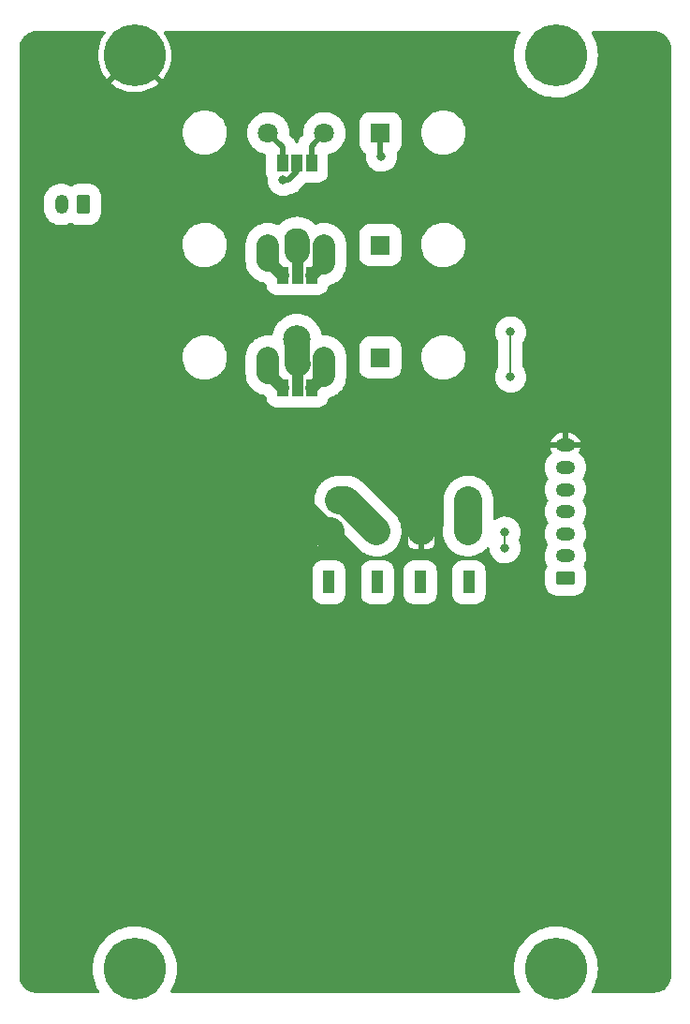
<source format=gbr>
%TF.GenerationSoftware,KiCad,Pcbnew,(6.0.7)*%
%TF.CreationDate,2023-03-08T10:43:33-05:00*%
%TF.ProjectId,CoreIO,436f7265-494f-42e6-9b69-6361645f7063,rev?*%
%TF.SameCoordinates,Original*%
%TF.FileFunction,Copper,L2,Bot*%
%TF.FilePolarity,Positive*%
%FSLAX46Y46*%
G04 Gerber Fmt 4.6, Leading zero omitted, Abs format (unit mm)*
G04 Created by KiCad (PCBNEW (6.0.7)) date 2023-03-08 10:43:33*
%MOMM*%
%LPD*%
G01*
G04 APERTURE LIST*
G04 Aperture macros list*
%AMRoundRect*
0 Rectangle with rounded corners*
0 $1 Rounding radius*
0 $2 $3 $4 $5 $6 $7 $8 $9 X,Y pos of 4 corners*
0 Add a 4 corners polygon primitive as box body*
4,1,4,$2,$3,$4,$5,$6,$7,$8,$9,$2,$3,0*
0 Add four circle primitives for the rounded corners*
1,1,$1+$1,$2,$3*
1,1,$1+$1,$4,$5*
1,1,$1+$1,$6,$7*
1,1,$1+$1,$8,$9*
0 Add four rect primitives between the rounded corners*
20,1,$1+$1,$2,$3,$4,$5,0*
20,1,$1+$1,$4,$5,$6,$7,0*
20,1,$1+$1,$6,$7,$8,$9,0*
20,1,$1+$1,$8,$9,$2,$3,0*%
G04 Aperture macros list end*
%TA.AperFunction,ComponentPad*%
%ADD10C,3.600000*%
%TD*%
%TA.AperFunction,ConnectorPad*%
%ADD11C,5.600000*%
%TD*%
%TA.AperFunction,ComponentPad*%
%ADD12RoundRect,0.250000X0.350000X0.625000X-0.350000X0.625000X-0.350000X-0.625000X0.350000X-0.625000X0*%
%TD*%
%TA.AperFunction,ComponentPad*%
%ADD13O,1.200000X1.750000*%
%TD*%
%TA.AperFunction,ComponentPad*%
%ADD14R,1.800000X1.800000*%
%TD*%
%TA.AperFunction,ComponentPad*%
%ADD15C,1.800000*%
%TD*%
%TA.AperFunction,ComponentPad*%
%ADD16RoundRect,0.250000X0.625000X-0.350000X0.625000X0.350000X-0.625000X0.350000X-0.625000X-0.350000X0*%
%TD*%
%TA.AperFunction,ComponentPad*%
%ADD17O,1.750000X1.200000*%
%TD*%
%TA.AperFunction,SMDPad,CuDef*%
%ADD18R,1.000000X2.000000*%
%TD*%
%TA.AperFunction,SMDPad,CuDef*%
%ADD19R,1.300000X2.100000*%
%TD*%
%TA.AperFunction,SMDPad,CuDef*%
%ADD20R,1.000000X1.500000*%
%TD*%
%TA.AperFunction,ViaPad*%
%ADD21C,2.500000*%
%TD*%
%TA.AperFunction,ViaPad*%
%ADD22C,0.800000*%
%TD*%
%TA.AperFunction,ViaPad*%
%ADD23C,2.300000*%
%TD*%
%TA.AperFunction,Conductor*%
%ADD24C,0.508000*%
%TD*%
%TA.AperFunction,Conductor*%
%ADD25C,2.300000*%
%TD*%
%TA.AperFunction,Conductor*%
%ADD26C,1.000000*%
%TD*%
%TA.AperFunction,Conductor*%
%ADD27C,2.500000*%
%TD*%
%TA.AperFunction,Conductor*%
%ADD28C,0.250000*%
%TD*%
%TA.AperFunction,Conductor*%
%ADD29C,0.203200*%
%TD*%
%TA.AperFunction,Conductor*%
%ADD30C,2.000000*%
%TD*%
%TA.AperFunction,Conductor*%
%ADD31C,1.200000*%
%TD*%
G04 APERTURE END LIST*
D10*
%TO.P,H4,1*%
%TO.N,N/C*%
X128821044Y-136276378D03*
D11*
X128821044Y-136276378D03*
%TD*%
D12*
%TO.P,J2,1,Pin_1*%
%TO.N,Net-(J2-Pad1)*%
X124190000Y-67220000D03*
D13*
%TO.P,J2,2,Pin_2*%
%TO.N,Net-(J2-Pad2)*%
X122190000Y-67220000D03*
%TD*%
D14*
%TO.P,S1,1*%
%TO.N,/SWITCH1*%
X151023176Y-81059176D03*
D15*
%TO.P,S1,2*%
%TO.N,Net-(JP1-Pad1)*%
X145943176Y-81059176D03*
%TO.P,S1,3*%
%TO.N,Net-(JP1-Pad3)*%
X140863176Y-81059176D03*
%TD*%
D16*
%TO.P,J1,1,Pin_1*%
%TO.N,/CONT 2*%
X167780605Y-100981317D03*
D17*
%TO.P,J1,2,Pin_2*%
%TO.N,/CONT 1*%
X167780605Y-98981317D03*
%TO.P,J1,3,Pin_3*%
%TO.N,/ARM*%
X167780605Y-96981317D03*
%TO.P,J1,4,Pin_4*%
%TO.N,/PYRO 2*%
X167780605Y-94981317D03*
%TO.P,J1,5,Pin_5*%
%TO.N,/PYRO 1*%
X167780605Y-92981317D03*
%TO.P,J1,6,Pin_6*%
%TO.N,/V_BATT*%
X167780605Y-90981317D03*
%TO.P,J1,7,Pin_7*%
%TO.N,GND*%
X167780605Y-88981317D03*
%TD*%
D14*
%TO.P,S2,1*%
%TO.N,/V_BATT*%
X151023058Y-70888941D03*
D15*
%TO.P,S2,2*%
%TO.N,Net-(JP2-Pad1)*%
X145943058Y-70888941D03*
%TO.P,S2,3*%
%TO.N,Net-(JP2-Pad3)*%
X140863058Y-70888941D03*
%TD*%
D10*
%TO.P,H3,1*%
%TO.N,N/C*%
X166909025Y-53739054D03*
D11*
X166909025Y-53739054D03*
%TD*%
D10*
%TO.P,H2,1*%
%TO.N,N/C*%
X166902698Y-136268782D03*
D11*
X166902698Y-136268782D03*
%TD*%
D14*
%TO.P,S3,1*%
%TO.N,Net-(J2-Pad2)*%
X151059176Y-60762470D03*
D15*
%TO.P,S3,2*%
%TO.N,Net-(JP3-Pad1)*%
X145979176Y-60762470D03*
%TO.P,S3,3*%
%TO.N,Net-(JP3-Pad3)*%
X140899176Y-60762470D03*
%TD*%
D10*
%TO.P,H1,1,1*%
%TO.N,GND*%
X128816000Y-53739054D03*
D11*
X128816000Y-53739054D03*
%TD*%
D18*
%TO.P,BT1,*%
%TO.N,*%
X150790000Y-101360000D03*
X146390000Y-101360000D03*
D19*
%TO.P,BT1,1,+*%
%TO.N,Net-(BT1-Pad1)*%
X150690000Y-96760000D03*
%TO.P,BT1,2,-*%
%TO.N,GND*%
X146490000Y-96760000D03*
%TD*%
D18*
%TO.P,BT2,*%
%TO.N,*%
X154645000Y-101360000D03*
X159045000Y-101360000D03*
D19*
%TO.P,BT2,1,+*%
%TO.N,Net-(BT2-Pad1)*%
X158945000Y-96760000D03*
%TO.P,BT2,2,-*%
%TO.N,GND*%
X154745000Y-96760000D03*
%TD*%
D20*
%TO.P,JP3,1,A*%
%TO.N,Net-(JP3-Pad1)*%
X144810000Y-63500000D03*
%TO.P,JP3,2,C*%
%TO.N,Net-(J2-Pad1)*%
X143510000Y-63500000D03*
%TO.P,JP3,3,B*%
%TO.N,Net-(JP3-Pad3)*%
X142210000Y-63500000D03*
%TD*%
%TO.P,JP2,1,A*%
%TO.N,Net-(JP2-Pad1)*%
X144840000Y-73660000D03*
%TO.P,JP2,2,C*%
%TO.N,/V_IGNITOR*%
X143540000Y-73660000D03*
%TO.P,JP2,3,B*%
%TO.N,Net-(JP2-Pad3)*%
X142240000Y-73660000D03*
%TD*%
%TO.P,JP1,1,A*%
%TO.N,Net-(JP1-Pad1)*%
X144840000Y-83820000D03*
%TO.P,JP1,2,C*%
%TO.N,/V_BATT*%
X143540000Y-83820000D03*
%TO.P,JP1,3,B*%
%TO.N,Net-(JP1-Pad3)*%
X142240000Y-83820000D03*
%TD*%
D21*
%TO.N,/V_BATT*%
X143510000Y-79375000D03*
%TO.N,GND*%
X171958000Y-116586000D03*
D22*
X171450000Y-87630000D03*
D21*
X172212000Y-74168000D03*
D22*
X162560000Y-102108000D03*
X163576000Y-91694000D03*
%TO.N,Net-(J3-Pad2)*%
X162814000Y-78740000D03*
X162306000Y-96832798D03*
X162306000Y-98234998D03*
X162814000Y-82804000D03*
%TO.N,Net-(J2-Pad2)*%
X151130000Y-62865000D03*
%TO.N,Net-(J2-Pad1)*%
X142240000Y-65024000D03*
D21*
%TO.N,Net-(BT1-Pad1)*%
X147320000Y-93980000D03*
%TO.N,Net-(BT2-Pad1)*%
X159004000Y-93980000D03*
D23*
%TO.N,/V_IGNITOR*%
X143510000Y-70485000D03*
%TD*%
D24*
%TO.N,/V_BATT*%
X143540000Y-81945000D02*
X143510000Y-81915000D01*
D25*
X143510000Y-81620000D02*
X143540000Y-81620000D01*
X143510000Y-79375000D02*
X143510000Y-81620000D01*
D26*
X143540000Y-83820000D02*
X143540000Y-81945000D01*
D27*
%TO.N,GND*%
X145782000Y-96760000D02*
X140462000Y-91440000D01*
X154745000Y-94801000D02*
X154686000Y-94742000D01*
X154686000Y-94742000D02*
X154686000Y-89154000D01*
X146490000Y-96760000D02*
X146490000Y-97468000D01*
X154745000Y-96760000D02*
X154745000Y-94801000D01*
X146490000Y-96760000D02*
X145782000Y-96760000D01*
D28*
X170098683Y-88981317D02*
X171450000Y-87630000D01*
X167780605Y-88981317D02*
X170098683Y-88981317D01*
D29*
%TO.N,Net-(J3-Pad2)*%
X162814000Y-78740000D02*
X162814000Y-82804000D01*
X162306000Y-96832798D02*
X162306000Y-98234998D01*
D24*
%TO.N,Net-(J2-Pad2)*%
X151059176Y-60762470D02*
X151059176Y-62794176D01*
D28*
X151059176Y-62794176D02*
X151130000Y-62865000D01*
D24*
%TO.N,Net-(J2-Pad1)*%
X143510000Y-64262000D02*
X143510000Y-63500000D01*
X142748000Y-65024000D02*
X143510000Y-64262000D01*
X142748000Y-65024000D02*
X142240000Y-65024000D01*
D27*
%TO.N,Net-(BT1-Pad1)*%
X147910000Y-93980000D02*
X150690000Y-96760000D01*
X147320000Y-93980000D02*
X147910000Y-93980000D01*
%TO.N,Net-(BT2-Pad1)*%
X159004000Y-93980000D02*
X159004000Y-96701000D01*
X159004000Y-96701000D02*
X158945000Y-96760000D01*
D25*
%TO.N,/V_IGNITOR*%
X143510000Y-70485000D02*
X143510000Y-71460000D01*
D26*
X143540000Y-71490000D02*
X143540000Y-73660000D01*
D24*
X143510000Y-71460000D02*
X143540000Y-71490000D01*
D30*
%TO.N,Net-(JP1-Pad1)*%
X145943176Y-82716824D02*
X145943176Y-81059176D01*
D31*
X144840000Y-83820000D02*
X145943176Y-82716824D01*
D30*
%TO.N,Net-(JP1-Pad3)*%
X140863176Y-82443176D02*
X140863176Y-81059176D01*
D31*
X142240000Y-83820000D02*
X140863176Y-82443176D01*
%TO.N,Net-(JP2-Pad1)*%
X144840000Y-73660000D02*
X145943058Y-72556942D01*
D30*
X145943058Y-72556942D02*
X145943058Y-70888941D01*
%TO.N,Net-(JP2-Pad3)*%
X140863058Y-72283058D02*
X140863058Y-70888941D01*
D31*
X142240000Y-73660000D02*
X140863058Y-72283058D01*
D24*
%TO.N,Net-(JP3-Pad1)*%
X144810000Y-63500000D02*
X144810000Y-61931646D01*
X144810000Y-61931646D02*
X145979176Y-60762470D01*
%TO.N,Net-(JP3-Pad3)*%
X142210000Y-62073294D02*
X140899176Y-60762470D01*
X142210000Y-63500000D02*
X142210000Y-62073294D01*
%TD*%
%TA.AperFunction,Conductor*%
%TO.N,GND*%
G36*
X126129621Y-51577207D02*
G01*
X126176114Y-51630863D01*
X126186218Y-51701137D01*
X126165589Y-51754209D01*
X125984215Y-52020095D01*
X125980697Y-52025905D01*
X125815134Y-52335976D01*
X125812259Y-52342141D01*
X125681155Y-52668272D01*
X125678962Y-52674712D01*
X125583846Y-53013098D01*
X125582363Y-53019733D01*
X125524350Y-53366408D01*
X125523591Y-53373180D01*
X125503357Y-53724091D01*
X125503333Y-53730886D01*
X125521117Y-54081947D01*
X125521827Y-54088703D01*
X125577420Y-54435777D01*
X125578859Y-54442432D01*
X125671608Y-54781464D01*
X125673757Y-54787925D01*
X125802581Y-55114966D01*
X125805412Y-55121149D01*
X125968803Y-55432364D01*
X125972286Y-55438206D01*
X126168330Y-55729950D01*
X126172433Y-55735394D01*
X126292425Y-55877890D01*
X126305164Y-55886333D01*
X126315608Y-55880235D01*
X128443980Y-53751864D01*
X128451592Y-53737923D01*
X128451461Y-53736088D01*
X128447210Y-53729474D01*
X127065203Y-52347467D01*
X127031177Y-52285155D01*
X127036242Y-52214340D01*
X127065203Y-52169277D01*
X127246223Y-51988257D01*
X127308535Y-51954231D01*
X127379350Y-51959296D01*
X127424413Y-51988257D01*
X128803188Y-53367032D01*
X128817132Y-53374646D01*
X128818965Y-53374515D01*
X128825580Y-53370264D01*
X130207587Y-51988257D01*
X130269899Y-51954231D01*
X130340714Y-51959296D01*
X130385777Y-51988257D01*
X130566797Y-52169277D01*
X130600823Y-52231589D01*
X130595758Y-52302404D01*
X130566797Y-52347467D01*
X129188022Y-53726242D01*
X129180408Y-53740186D01*
X129180539Y-53742019D01*
X129184790Y-53748634D01*
X131315009Y-55878852D01*
X131328605Y-55886277D01*
X131338218Y-55879576D01*
X131438518Y-55762966D01*
X131442676Y-55757568D01*
X131641762Y-55467894D01*
X131645310Y-55462083D01*
X131811942Y-55152613D01*
X131814849Y-55146435D01*
X131947090Y-54820767D01*
X131949304Y-54814337D01*
X132045598Y-54476291D01*
X132047105Y-54469661D01*
X132106332Y-54123172D01*
X132107112Y-54116432D01*
X132128668Y-53763979D01*
X132128784Y-53760377D01*
X132128853Y-53740873D01*
X132128761Y-53737248D01*
X132109666Y-53384669D01*
X132108931Y-53377903D01*
X132052130Y-53031039D01*
X132050663Y-53024367D01*
X131956736Y-52685681D01*
X131954562Y-52679217D01*
X131824598Y-52352632D01*
X131821742Y-52346452D01*
X131657269Y-52035817D01*
X131653764Y-52029983D01*
X131466805Y-51753845D01*
X131445177Y-51686223D01*
X131463542Y-51617643D01*
X131516068Y-51569878D01*
X131571141Y-51557205D01*
X163563538Y-51557205D01*
X163631659Y-51577207D01*
X163678152Y-51630863D01*
X163688256Y-51701137D01*
X163670275Y-51750161D01*
X163638006Y-51801603D01*
X163587221Y-51882561D01*
X163416616Y-52227754D01*
X163415502Y-52230735D01*
X163415501Y-52230736D01*
X163402916Y-52264395D01*
X163281768Y-52588420D01*
X163184059Y-52960868D01*
X163168135Y-53062555D01*
X163156141Y-53139150D01*
X163124487Y-53341283D01*
X163124316Y-53344445D01*
X163124315Y-53344452D01*
X163122137Y-53384669D01*
X163103664Y-53725771D01*
X163121803Y-54110394D01*
X163122274Y-54113547D01*
X163122275Y-54113555D01*
X163127251Y-54146847D01*
X163178717Y-54491216D01*
X163179503Y-54494298D01*
X163179503Y-54494300D01*
X163188664Y-54530238D01*
X163273824Y-54864337D01*
X163406151Y-55225936D01*
X163574342Y-55572312D01*
X163576021Y-55575030D01*
X163764519Y-55880235D01*
X163776675Y-55899918D01*
X164011079Y-56205399D01*
X164275154Y-56485629D01*
X164277559Y-56487713D01*
X164277565Y-56487718D01*
X164472893Y-56656916D01*
X164566197Y-56737738D01*
X164881226Y-56959144D01*
X165217017Y-57147581D01*
X165219931Y-57148848D01*
X165219935Y-57148850D01*
X165364508Y-57211712D01*
X165570132Y-57301120D01*
X165936956Y-57418188D01*
X166080378Y-57448412D01*
X166310607Y-57496929D01*
X166310617Y-57496931D01*
X166313732Y-57497587D01*
X166316895Y-57497925D01*
X166316901Y-57497926D01*
X166693436Y-57538167D01*
X166693445Y-57538168D01*
X166696603Y-57538505D01*
X166699789Y-57538522D01*
X166699795Y-57538522D01*
X166876275Y-57539446D01*
X167081649Y-57540521D01*
X167226192Y-57526603D01*
X167461762Y-57503920D01*
X167461767Y-57503919D01*
X167464927Y-57503615D01*
X167468047Y-57502992D01*
X167468051Y-57502991D01*
X167839386Y-57428791D01*
X167839385Y-57428791D01*
X167842514Y-57428166D01*
X167845550Y-57427232D01*
X167845558Y-57427230D01*
X168207501Y-57315881D01*
X168207504Y-57315880D01*
X168210543Y-57314945D01*
X168213471Y-57313708D01*
X168213477Y-57313706D01*
X168372894Y-57246366D01*
X168565246Y-57165113D01*
X168568049Y-57163579D01*
X168568054Y-57163576D01*
X168779873Y-57047608D01*
X168902993Y-56980202D01*
X169220323Y-56762107D01*
X169222762Y-56760039D01*
X169222768Y-56760034D01*
X169511550Y-56515130D01*
X169511558Y-56515122D01*
X169513990Y-56513060D01*
X169516198Y-56510765D01*
X169516206Y-56510758D01*
X169778770Y-56237913D01*
X169778772Y-56237910D01*
X169780985Y-56235611D01*
X170018575Y-55932600D01*
X170224328Y-55607131D01*
X170225748Y-55604282D01*
X170225753Y-55604274D01*
X170394717Y-55265384D01*
X170396137Y-55262536D01*
X170532243Y-54902342D01*
X170541560Y-54867328D01*
X170630431Y-54533323D01*
X170631252Y-54530238D01*
X170637009Y-54494300D01*
X170691646Y-54153184D01*
X170692151Y-54150033D01*
X170694089Y-54116432D01*
X170714218Y-53767315D01*
X170714316Y-53765620D01*
X170714409Y-53739054D01*
X170713996Y-53730886D01*
X170695089Y-53357669D01*
X170695088Y-53357664D01*
X170694928Y-53354496D01*
X170659776Y-53124778D01*
X170637169Y-52977035D01*
X170637167Y-52977026D01*
X170636685Y-52973875D01*
X170578596Y-52749262D01*
X170541073Y-52604169D01*
X170541070Y-52604161D01*
X170540276Y-52601089D01*
X170536727Y-52591493D01*
X170487042Y-52457179D01*
X170406688Y-52239954D01*
X170336053Y-52095769D01*
X170238690Y-51897026D01*
X170238687Y-51897020D01*
X170237289Y-51894167D01*
X170176992Y-51797296D01*
X170147421Y-51749788D01*
X170128404Y-51681386D01*
X170149388Y-51613561D01*
X170203709Y-51567848D01*
X170254391Y-51557205D01*
X175740558Y-51557205D01*
X175754605Y-51557990D01*
X175781214Y-51560975D01*
X175789887Y-51561948D01*
X175796033Y-51561432D01*
X175817085Y-51559665D01*
X175836615Y-51559544D01*
X175968578Y-51568984D01*
X176014029Y-51572235D01*
X176031820Y-51574794D01*
X176228842Y-51617656D01*
X176246085Y-51622719D01*
X176246152Y-51622744D01*
X176435003Y-51693185D01*
X176451355Y-51700653D01*
X176523746Y-51740182D01*
X176628322Y-51797286D01*
X176643441Y-51807003D01*
X176748194Y-51885422D01*
X176804850Y-51927835D01*
X176818435Y-51939606D01*
X176961015Y-52082189D01*
X176972776Y-52095763D01*
X177027808Y-52169277D01*
X177093610Y-52257180D01*
X177103329Y-52272303D01*
X177199959Y-52449270D01*
X177207427Y-52465623D01*
X177277887Y-52654535D01*
X177282952Y-52671784D01*
X177325811Y-52868809D01*
X177328369Y-52886603D01*
X177337891Y-53019733D01*
X177340128Y-53051014D01*
X177339663Y-53074055D01*
X177338697Y-53082666D01*
X177341054Y-53110740D01*
X177342998Y-53133886D01*
X177343440Y-53144429D01*
X177343440Y-136853334D01*
X177342655Y-136867379D01*
X177338697Y-136902666D01*
X177339213Y-136908810D01*
X177340981Y-136929864D01*
X177341102Y-136949397D01*
X177328413Y-137126814D01*
X177325854Y-137144609D01*
X177282994Y-137341629D01*
X177277930Y-137358877D01*
X177207466Y-137547800D01*
X177199998Y-137564153D01*
X177103365Y-137741124D01*
X177093646Y-137756247D01*
X176972814Y-137917662D01*
X176961041Y-137931249D01*
X176818463Y-138073829D01*
X176804878Y-138085601D01*
X176643480Y-138206424D01*
X176643465Y-138206435D01*
X176628344Y-138216153D01*
X176451370Y-138312790D01*
X176435023Y-138320256D01*
X176246100Y-138390723D01*
X176228854Y-138395787D01*
X176073220Y-138429646D01*
X176031828Y-138438651D01*
X176014034Y-138441210D01*
X175850040Y-138452941D01*
X175827013Y-138452477D01*
X175817961Y-138451462D01*
X175770834Y-138455420D01*
X175766750Y-138455763D01*
X175756205Y-138456205D01*
X170244839Y-138456205D01*
X170176718Y-138436203D01*
X170130225Y-138382547D01*
X170120121Y-138312273D01*
X170138336Y-138262877D01*
X170216292Y-138139562D01*
X170218001Y-138136859D01*
X170219421Y-138134010D01*
X170219426Y-138134002D01*
X170388390Y-137795112D01*
X170389810Y-137792264D01*
X170523046Y-137439666D01*
X170524792Y-137435045D01*
X170524793Y-137435042D01*
X170525916Y-137432070D01*
X170533212Y-137404652D01*
X170624104Y-137063051D01*
X170624925Y-137059966D01*
X170630488Y-137025240D01*
X170661831Y-136829555D01*
X170685824Y-136679761D01*
X170687490Y-136650879D01*
X170707891Y-136297043D01*
X170707989Y-136295348D01*
X170708082Y-136268782D01*
X170707571Y-136258680D01*
X170688762Y-135887397D01*
X170688761Y-135887392D01*
X170688601Y-135884224D01*
X170632004Y-135514359D01*
X170630842Y-135506763D01*
X170630840Y-135506754D01*
X170630358Y-135503603D01*
X170536710Y-135141493D01*
X170534746Y-135133897D01*
X170534743Y-135133889D01*
X170533949Y-135130817D01*
X170532073Y-135125744D01*
X170404275Y-134780264D01*
X170400361Y-134769682D01*
X170398106Y-134765078D01*
X170232363Y-134426754D01*
X170232360Y-134426748D01*
X170230962Y-134423895D01*
X170129224Y-134260447D01*
X170029173Y-134099707D01*
X170029165Y-134099696D01*
X170027486Y-134096998D01*
X169947399Y-133993377D01*
X169793969Y-133794861D01*
X169793964Y-133794856D01*
X169792017Y-133792336D01*
X169536372Y-133522943D01*
X169529164Y-133515347D01*
X169529161Y-133515345D01*
X169526965Y-133513030D01*
X169235045Y-133261939D01*
X168919244Y-133041633D01*
X168599229Y-132863515D01*
X168585582Y-132855919D01*
X168585580Y-132855918D01*
X168582797Y-132854369D01*
X168579877Y-132853111D01*
X168579872Y-132853109D01*
X168232082Y-132703327D01*
X168232072Y-132703323D01*
X168229148Y-132702064D01*
X167861919Y-132586277D01*
X167591170Y-132530208D01*
X167487993Y-132508841D01*
X167487990Y-132508841D01*
X167484868Y-132508194D01*
X167171915Y-132475853D01*
X167105012Y-132468939D01*
X167105009Y-132468939D01*
X167101856Y-132468613D01*
X167098690Y-132468607D01*
X167098681Y-132468607D01*
X166908609Y-132468276D01*
X166716806Y-132467941D01*
X166564667Y-132483126D01*
X166336832Y-132505867D01*
X166336826Y-132505868D01*
X166333659Y-132506184D01*
X166137736Y-132546045D01*
X165959462Y-132582315D01*
X165959458Y-132582316D01*
X165956337Y-132582951D01*
X165953295Y-132583898D01*
X165953289Y-132583900D01*
X165800912Y-132631361D01*
X165588706Y-132697456D01*
X165567969Y-132706301D01*
X165237457Y-132847276D01*
X165237453Y-132847278D01*
X165234527Y-132848526D01*
X165231748Y-132850060D01*
X165231742Y-132850063D01*
X165210182Y-132861965D01*
X164897429Y-133034614D01*
X164894808Y-133036429D01*
X164894803Y-133036432D01*
X164601728Y-133239367D01*
X164580861Y-133253816D01*
X164288066Y-133503886D01*
X164285866Y-133506188D01*
X164285863Y-133506191D01*
X164274061Y-133518541D01*
X164022041Y-133782266D01*
X164020084Y-133784780D01*
X164020083Y-133784781D01*
X164016002Y-133790024D01*
X163785510Y-134086103D01*
X163783814Y-134088807D01*
X163783811Y-134088811D01*
X163772211Y-134107303D01*
X163580894Y-134412289D01*
X163410289Y-134757482D01*
X163409175Y-134760463D01*
X163409174Y-134760464D01*
X163401771Y-134780264D01*
X163275441Y-135118148D01*
X163177732Y-135490596D01*
X163118160Y-135871011D01*
X163117989Y-135874173D01*
X163117988Y-135874180D01*
X163117203Y-135888673D01*
X163097337Y-136255499D01*
X163097487Y-136258680D01*
X163099575Y-136302944D01*
X163115476Y-136640122D01*
X163115947Y-136643275D01*
X163115948Y-136643283D01*
X163120924Y-136676575D01*
X163172390Y-137020944D01*
X163173176Y-137024026D01*
X163173176Y-137024028D01*
X163254132Y-137341630D01*
X163267497Y-137394065D01*
X163345883Y-137608264D01*
X163397396Y-137749028D01*
X163399824Y-137755664D01*
X163568015Y-138102040D01*
X163638494Y-138216155D01*
X163668041Y-138263996D01*
X163686819Y-138332464D01*
X163665599Y-138400215D01*
X163611118Y-138445739D01*
X163560839Y-138456205D01*
X132167987Y-138456205D01*
X132099866Y-138436203D01*
X132053373Y-138382547D01*
X132043269Y-138312273D01*
X132061484Y-138262877D01*
X132134638Y-138147158D01*
X132136347Y-138144455D01*
X132137767Y-138141606D01*
X132137772Y-138141598D01*
X132306736Y-137802708D01*
X132308156Y-137799860D01*
X132444262Y-137439666D01*
X132453579Y-137404652D01*
X132527505Y-137126814D01*
X132543271Y-137067562D01*
X132544993Y-137056816D01*
X132603665Y-136690508D01*
X132604170Y-136687357D01*
X132604427Y-136682912D01*
X132626237Y-136304639D01*
X132626335Y-136302944D01*
X132626428Y-136276378D01*
X132626044Y-136268782D01*
X132607108Y-135894993D01*
X132607107Y-135894988D01*
X132606947Y-135891820D01*
X132548704Y-135511199D01*
X132452295Y-135138413D01*
X132450625Y-135133897D01*
X132405573Y-135012106D01*
X132318707Y-134777278D01*
X132149308Y-134431491D01*
X132047570Y-134268042D01*
X131947519Y-134107303D01*
X131947511Y-134107292D01*
X131945832Y-134104594D01*
X131710363Y-133799932D01*
X131445311Y-133520626D01*
X131153391Y-133269535D01*
X130837590Y-133049229D01*
X130501143Y-132861965D01*
X130498223Y-132860707D01*
X130498218Y-132860705D01*
X130150428Y-132710923D01*
X130150418Y-132710919D01*
X130147494Y-132709660D01*
X129780265Y-132593873D01*
X129509516Y-132537804D01*
X129406339Y-132516437D01*
X129406336Y-132516437D01*
X129403214Y-132515790D01*
X129109743Y-132485462D01*
X129023358Y-132476535D01*
X129023355Y-132476535D01*
X129020202Y-132476209D01*
X129017036Y-132476203D01*
X129017027Y-132476203D01*
X128826955Y-132475872D01*
X128635152Y-132475537D01*
X128483013Y-132490722D01*
X128255178Y-132513463D01*
X128255172Y-132513464D01*
X128252005Y-132513780D01*
X128056082Y-132553641D01*
X127877808Y-132589911D01*
X127877804Y-132589912D01*
X127874683Y-132590547D01*
X127871641Y-132591494D01*
X127871635Y-132591496D01*
X127719258Y-132638957D01*
X127507052Y-132705052D01*
X127504124Y-132706301D01*
X127155803Y-132854872D01*
X127155799Y-132854874D01*
X127152873Y-132856122D01*
X127150094Y-132857656D01*
X127150088Y-132857659D01*
X126860325Y-133017617D01*
X126815775Y-133042210D01*
X126813154Y-133044025D01*
X126813149Y-133044028D01*
X126520074Y-133246963D01*
X126499207Y-133261412D01*
X126206412Y-133511482D01*
X126204212Y-133513784D01*
X126204209Y-133513787D01*
X126090258Y-133633030D01*
X125940387Y-133789862D01*
X125938430Y-133792376D01*
X125938429Y-133792377D01*
X125711729Y-134083586D01*
X125703856Y-134093699D01*
X125702160Y-134096403D01*
X125702157Y-134096407D01*
X125695322Y-134107303D01*
X125499240Y-134419885D01*
X125328635Y-134765078D01*
X125193787Y-135125744D01*
X125096078Y-135498192D01*
X125068668Y-135673230D01*
X125037696Y-135871011D01*
X125036506Y-135878607D01*
X125036335Y-135881769D01*
X125036334Y-135881776D01*
X125018234Y-136215984D01*
X125015683Y-136263095D01*
X125015833Y-136266276D01*
X125033613Y-136643283D01*
X125033822Y-136647718D01*
X125034293Y-136650871D01*
X125034294Y-136650879D01*
X125039270Y-136684171D01*
X125090736Y-137028540D01*
X125091522Y-137031622D01*
X125091522Y-137031624D01*
X125174938Y-137358877D01*
X125185843Y-137401661D01*
X125239323Y-137547800D01*
X125315604Y-137756247D01*
X125318170Y-137763260D01*
X125486361Y-138109636D01*
X125488038Y-138112351D01*
X125488040Y-138112355D01*
X125581695Y-138263996D01*
X125600473Y-138332464D01*
X125579252Y-138400215D01*
X125524772Y-138445739D01*
X125474493Y-138456205D01*
X119987296Y-138456205D01*
X119973253Y-138455420D01*
X119944088Y-138452149D01*
X119944086Y-138452149D01*
X119937961Y-138451462D01*
X119931817Y-138451978D01*
X119910762Y-138453746D01*
X119891231Y-138453867D01*
X119800623Y-138447388D01*
X119713814Y-138441181D01*
X119696029Y-138438624D01*
X119518188Y-138399940D01*
X119498995Y-138395765D01*
X119481746Y-138390700D01*
X119292826Y-138320240D01*
X119276479Y-138312775D01*
X119099502Y-138216141D01*
X119084383Y-138206424D01*
X118922964Y-138085590D01*
X118909377Y-138073817D01*
X118766802Y-137931245D01*
X118755029Y-137917659D01*
X118658929Y-137789286D01*
X118634189Y-137756238D01*
X118624471Y-137741115D01*
X118527839Y-137564150D01*
X118520376Y-137547811D01*
X118449905Y-137358873D01*
X118444843Y-137341630D01*
X118419734Y-137226212D01*
X118401981Y-137144604D01*
X118399423Y-137126813D01*
X118387698Y-136962881D01*
X118388162Y-136939851D01*
X118388496Y-136936874D01*
X118388496Y-136936862D01*
X118389183Y-136930740D01*
X118384882Y-136879519D01*
X118384440Y-136868977D01*
X118384440Y-102417816D01*
X144889500Y-102417816D01*
X144889749Y-102420603D01*
X144889749Y-102420609D01*
X144897411Y-102506455D01*
X144900234Y-102538087D01*
X144956259Y-102733470D01*
X145050427Y-102913596D01*
X145178891Y-103071109D01*
X145336404Y-103199573D01*
X145516530Y-103293741D01*
X145711913Y-103349766D01*
X145743545Y-103352589D01*
X145829391Y-103360251D01*
X145829397Y-103360251D01*
X145832184Y-103360500D01*
X146947816Y-103360500D01*
X146950603Y-103360251D01*
X146950609Y-103360251D01*
X147036455Y-103352589D01*
X147068087Y-103349766D01*
X147263470Y-103293741D01*
X147443596Y-103199573D01*
X147601109Y-103071109D01*
X147729573Y-102913596D01*
X147823741Y-102733470D01*
X147879766Y-102538087D01*
X147882589Y-102506455D01*
X147890251Y-102420609D01*
X147890251Y-102420603D01*
X147890500Y-102417816D01*
X149289500Y-102417816D01*
X149289749Y-102420603D01*
X149289749Y-102420609D01*
X149297411Y-102506455D01*
X149300234Y-102538087D01*
X149356259Y-102733470D01*
X149450427Y-102913596D01*
X149578891Y-103071109D01*
X149736404Y-103199573D01*
X149916530Y-103293741D01*
X150111913Y-103349766D01*
X150143545Y-103352589D01*
X150229391Y-103360251D01*
X150229397Y-103360251D01*
X150232184Y-103360500D01*
X151347816Y-103360500D01*
X151350603Y-103360251D01*
X151350609Y-103360251D01*
X151436455Y-103352589D01*
X151468087Y-103349766D01*
X151663470Y-103293741D01*
X151843596Y-103199573D01*
X152001109Y-103071109D01*
X152129573Y-102913596D01*
X152223741Y-102733470D01*
X152279766Y-102538087D01*
X152282589Y-102506455D01*
X152290251Y-102420609D01*
X152290251Y-102420603D01*
X152290500Y-102417816D01*
X153144500Y-102417816D01*
X153144749Y-102420603D01*
X153144749Y-102420609D01*
X153152411Y-102506455D01*
X153155234Y-102538087D01*
X153211259Y-102733470D01*
X153305427Y-102913596D01*
X153433891Y-103071109D01*
X153591404Y-103199573D01*
X153771530Y-103293741D01*
X153966913Y-103349766D01*
X153998545Y-103352589D01*
X154084391Y-103360251D01*
X154084397Y-103360251D01*
X154087184Y-103360500D01*
X155202816Y-103360500D01*
X155205603Y-103360251D01*
X155205609Y-103360251D01*
X155291455Y-103352589D01*
X155323087Y-103349766D01*
X155518470Y-103293741D01*
X155698596Y-103199573D01*
X155856109Y-103071109D01*
X155984573Y-102913596D01*
X156078741Y-102733470D01*
X156134766Y-102538087D01*
X156137589Y-102506455D01*
X156145251Y-102420609D01*
X156145251Y-102420603D01*
X156145500Y-102417816D01*
X157544500Y-102417816D01*
X157544749Y-102420603D01*
X157544749Y-102420609D01*
X157552411Y-102506455D01*
X157555234Y-102538087D01*
X157611259Y-102733470D01*
X157705427Y-102913596D01*
X157833891Y-103071109D01*
X157991404Y-103199573D01*
X158171530Y-103293741D01*
X158366913Y-103349766D01*
X158398545Y-103352589D01*
X158484391Y-103360251D01*
X158484397Y-103360251D01*
X158487184Y-103360500D01*
X159602816Y-103360500D01*
X159605603Y-103360251D01*
X159605609Y-103360251D01*
X159691455Y-103352589D01*
X159723087Y-103349766D01*
X159918470Y-103293741D01*
X160098596Y-103199573D01*
X160256109Y-103071109D01*
X160384573Y-102913596D01*
X160478741Y-102733470D01*
X160534766Y-102538087D01*
X160537589Y-102506455D01*
X160545251Y-102420609D01*
X160545251Y-102420603D01*
X160545500Y-102417816D01*
X160545500Y-100302184D01*
X160534766Y-100181913D01*
X160478741Y-99986530D01*
X160384573Y-99806404D01*
X160256109Y-99648891D01*
X160233683Y-99630601D01*
X160103540Y-99524459D01*
X160103539Y-99524458D01*
X160098596Y-99520427D01*
X159918470Y-99426259D01*
X159723087Y-99370234D01*
X159691455Y-99367411D01*
X159605609Y-99359749D01*
X159605603Y-99359749D01*
X159602816Y-99359500D01*
X158487184Y-99359500D01*
X158484397Y-99359749D01*
X158484391Y-99359749D01*
X158398545Y-99367411D01*
X158366913Y-99370234D01*
X158171530Y-99426259D01*
X157991404Y-99520427D01*
X157986461Y-99524458D01*
X157986460Y-99524459D01*
X157856317Y-99630601D01*
X157833891Y-99648891D01*
X157705427Y-99806404D01*
X157611259Y-99986530D01*
X157555234Y-100181913D01*
X157544500Y-100302184D01*
X157544500Y-102417816D01*
X156145500Y-102417816D01*
X156145500Y-100302184D01*
X156134766Y-100181913D01*
X156078741Y-99986530D01*
X155984573Y-99806404D01*
X155856109Y-99648891D01*
X155833683Y-99630601D01*
X155703540Y-99524459D01*
X155703539Y-99524458D01*
X155698596Y-99520427D01*
X155518470Y-99426259D01*
X155323087Y-99370234D01*
X155291455Y-99367411D01*
X155205609Y-99359749D01*
X155205603Y-99359749D01*
X155202816Y-99359500D01*
X154087184Y-99359500D01*
X154084397Y-99359749D01*
X154084391Y-99359749D01*
X153998545Y-99367411D01*
X153966913Y-99370234D01*
X153771530Y-99426259D01*
X153591404Y-99520427D01*
X153586461Y-99524458D01*
X153586460Y-99524459D01*
X153456317Y-99630601D01*
X153433891Y-99648891D01*
X153305427Y-99806404D01*
X153211259Y-99986530D01*
X153155234Y-100181913D01*
X153144500Y-100302184D01*
X153144500Y-102417816D01*
X152290500Y-102417816D01*
X152290500Y-100302184D01*
X152279766Y-100181913D01*
X152223741Y-99986530D01*
X152129573Y-99806404D01*
X152001109Y-99648891D01*
X151978683Y-99630601D01*
X151848540Y-99524459D01*
X151848539Y-99524458D01*
X151843596Y-99520427D01*
X151663470Y-99426259D01*
X151468087Y-99370234D01*
X151436455Y-99367411D01*
X151350609Y-99359749D01*
X151350603Y-99359749D01*
X151347816Y-99359500D01*
X150232184Y-99359500D01*
X150229397Y-99359749D01*
X150229391Y-99359749D01*
X150143545Y-99367411D01*
X150111913Y-99370234D01*
X149916530Y-99426259D01*
X149736404Y-99520427D01*
X149731461Y-99524458D01*
X149731460Y-99524459D01*
X149601317Y-99630601D01*
X149578891Y-99648891D01*
X149450427Y-99806404D01*
X149356259Y-99986530D01*
X149300234Y-100181913D01*
X149289500Y-100302184D01*
X149289500Y-102417816D01*
X147890500Y-102417816D01*
X147890500Y-100302184D01*
X147879766Y-100181913D01*
X147823741Y-99986530D01*
X147729573Y-99806404D01*
X147601109Y-99648891D01*
X147578683Y-99630601D01*
X147448540Y-99524459D01*
X147448539Y-99524458D01*
X147443596Y-99520427D01*
X147263470Y-99426259D01*
X147068087Y-99370234D01*
X147036455Y-99367411D01*
X146950609Y-99359749D01*
X146950603Y-99359749D01*
X146947816Y-99359500D01*
X145832184Y-99359500D01*
X145829397Y-99359749D01*
X145829391Y-99359749D01*
X145743545Y-99367411D01*
X145711913Y-99370234D01*
X145516530Y-99426259D01*
X145336404Y-99520427D01*
X145331461Y-99524458D01*
X145331460Y-99524459D01*
X145201317Y-99630601D01*
X145178891Y-99648891D01*
X145050427Y-99806404D01*
X144956259Y-99986530D01*
X144900234Y-100181913D01*
X144889500Y-100302184D01*
X144889500Y-102417816D01*
X118384440Y-102417816D01*
X118384440Y-97854669D01*
X145332001Y-97854669D01*
X145332371Y-97861490D01*
X145337895Y-97912352D01*
X145341521Y-97927604D01*
X145386676Y-98048054D01*
X145395214Y-98063649D01*
X145471715Y-98165724D01*
X145484276Y-98178285D01*
X145586351Y-98254786D01*
X145601946Y-98263324D01*
X145722394Y-98308478D01*
X145737649Y-98312105D01*
X145788514Y-98317631D01*
X145795328Y-98318000D01*
X146217885Y-98318000D01*
X146233124Y-98313525D01*
X146234329Y-98312135D01*
X146236000Y-98304452D01*
X146236000Y-97032115D01*
X146231525Y-97016876D01*
X146230135Y-97015671D01*
X146222452Y-97014000D01*
X145350116Y-97014000D01*
X145334877Y-97018475D01*
X145333672Y-97019865D01*
X145332001Y-97027548D01*
X145332001Y-97854669D01*
X118384440Y-97854669D01*
X118384440Y-93980000D01*
X145064671Y-93980000D01*
X145064941Y-93984115D01*
X145065651Y-93994942D01*
X145065791Y-94008899D01*
X145064958Y-94027236D01*
X145065321Y-94031384D01*
X145065321Y-94031389D01*
X145076041Y-94153919D01*
X145076248Y-94156637D01*
X145083966Y-94274380D01*
X145084771Y-94278427D01*
X145087289Y-94291088D01*
X145089230Y-94304685D01*
X145090648Y-94320894D01*
X145090651Y-94320910D01*
X145091014Y-94325065D01*
X145091925Y-94329142D01*
X145091927Y-94329153D01*
X145118240Y-94446871D01*
X145118850Y-94449759D01*
X145141519Y-94563722D01*
X145142843Y-94567623D01*
X145142844Y-94567626D01*
X145147664Y-94581825D01*
X145151315Y-94594835D01*
X145156232Y-94616832D01*
X145157674Y-94620751D01*
X145198526Y-94731785D01*
X145199589Y-94734790D01*
X145236348Y-94843077D01*
X145238168Y-94846767D01*
X145238169Y-94846770D01*
X145245715Y-94862072D01*
X145250955Y-94874284D01*
X145259464Y-94897410D01*
X145315557Y-95003801D01*
X145317082Y-95006791D01*
X145366828Y-95107664D01*
X145369122Y-95111097D01*
X145369123Y-95111099D01*
X145379738Y-95126985D01*
X145386425Y-95138213D01*
X145398898Y-95161870D01*
X145434183Y-95211521D01*
X145451250Y-95235536D01*
X145474407Y-95302650D01*
X145457603Y-95371630D01*
X145449370Y-95384091D01*
X145395214Y-95456351D01*
X145386676Y-95471946D01*
X145341522Y-95592394D01*
X145337895Y-95607649D01*
X145332369Y-95658514D01*
X145332000Y-95665328D01*
X145332000Y-96487885D01*
X145336475Y-96503124D01*
X145337865Y-96504329D01*
X145345548Y-96506000D01*
X146618000Y-96506000D01*
X146686121Y-96526002D01*
X146732614Y-96579658D01*
X146744000Y-96632000D01*
X146744000Y-98299884D01*
X146748475Y-98315123D01*
X146749865Y-98316328D01*
X146757548Y-98317999D01*
X147184669Y-98317999D01*
X147191490Y-98317629D01*
X147242352Y-98312105D01*
X147257604Y-98308479D01*
X147378054Y-98263324D01*
X147393649Y-98254786D01*
X147495724Y-98178285D01*
X147508285Y-98165724D01*
X147584786Y-98063649D01*
X147593324Y-98048054D01*
X147638478Y-97927606D01*
X147642105Y-97912351D01*
X147647631Y-97861486D01*
X147648000Y-97854672D01*
X147648000Y-97204878D01*
X147668002Y-97136757D01*
X147721658Y-97090264D01*
X147791932Y-97080160D01*
X147856512Y-97109654D01*
X147863095Y-97115783D01*
X149152279Y-98404967D01*
X149153854Y-98406346D01*
X149153866Y-98406357D01*
X149316898Y-98549079D01*
X149320042Y-98551831D01*
X149323518Y-98554140D01*
X149323520Y-98554142D01*
X149533079Y-98693373D01*
X149569057Y-98717277D01*
X149837767Y-98848335D01*
X149841738Y-98849656D01*
X149841743Y-98849658D01*
X149911972Y-98873020D01*
X150121449Y-98942704D01*
X150125555Y-98943487D01*
X150125558Y-98943488D01*
X150227746Y-98962981D01*
X150415120Y-98998724D01*
X150419285Y-98998957D01*
X150419286Y-98998957D01*
X150496872Y-99003295D01*
X150713620Y-99015414D01*
X150717778Y-99015094D01*
X150717780Y-99015094D01*
X150775888Y-99010623D01*
X151011705Y-98992477D01*
X151015786Y-98991610D01*
X151015790Y-98991609D01*
X151300056Y-98931187D01*
X151300061Y-98931186D01*
X151304138Y-98930319D01*
X151585781Y-98830030D01*
X151589496Y-98828121D01*
X151589500Y-98828119D01*
X151847974Y-98695282D01*
X151847977Y-98695280D01*
X151851688Y-98693373D01*
X152018500Y-98577435D01*
X152093753Y-98525133D01*
X152093757Y-98525130D01*
X152097184Y-98522748D01*
X152100267Y-98519932D01*
X152100273Y-98519928D01*
X152314864Y-98323979D01*
X152317957Y-98321155D01*
X152447154Y-98167184D01*
X152507440Y-98095339D01*
X152507442Y-98095336D01*
X152510129Y-98092134D01*
X152620660Y-97917964D01*
X152660828Y-97854669D01*
X153587001Y-97854669D01*
X153587371Y-97861490D01*
X153592895Y-97912352D01*
X153596521Y-97927604D01*
X153641676Y-98048054D01*
X153650214Y-98063649D01*
X153726715Y-98165724D01*
X153739276Y-98178285D01*
X153841351Y-98254786D01*
X153856946Y-98263324D01*
X153977394Y-98308478D01*
X153992649Y-98312105D01*
X154043514Y-98317631D01*
X154050328Y-98318000D01*
X154472885Y-98318000D01*
X154488124Y-98313525D01*
X154489329Y-98312135D01*
X154491000Y-98304452D01*
X154491000Y-98299884D01*
X154999000Y-98299884D01*
X155003475Y-98315123D01*
X155004865Y-98316328D01*
X155012548Y-98317999D01*
X155439669Y-98317999D01*
X155446490Y-98317629D01*
X155497352Y-98312105D01*
X155512604Y-98308479D01*
X155633054Y-98263324D01*
X155648649Y-98254786D01*
X155750724Y-98178285D01*
X155763285Y-98165724D01*
X155839786Y-98063649D01*
X155848324Y-98048054D01*
X155893478Y-97927606D01*
X155897105Y-97912351D01*
X155902631Y-97861486D01*
X155903000Y-97854672D01*
X155903000Y-97032115D01*
X155898525Y-97016876D01*
X155897135Y-97015671D01*
X155889452Y-97014000D01*
X155017115Y-97014000D01*
X155001876Y-97018475D01*
X155000671Y-97019865D01*
X154999000Y-97027548D01*
X154999000Y-98299884D01*
X154491000Y-98299884D01*
X154491000Y-97032115D01*
X154486525Y-97016876D01*
X154485135Y-97015671D01*
X154477452Y-97014000D01*
X153605116Y-97014000D01*
X153589877Y-97018475D01*
X153588672Y-97019865D01*
X153587001Y-97027548D01*
X153587001Y-97854669D01*
X152660828Y-97854669D01*
X152668084Y-97843236D01*
X152668087Y-97843230D01*
X152670323Y-97839707D01*
X152672075Y-97835916D01*
X152672078Y-97835910D01*
X152793971Y-97572111D01*
X152793973Y-97572106D01*
X152795726Y-97568312D01*
X152884133Y-97282716D01*
X152926518Y-97032115D01*
X152933295Y-96992048D01*
X152933295Y-96992043D01*
X152933990Y-96987937D01*
X152934394Y-96976387D01*
X152941125Y-96783619D01*
X156689586Y-96783619D01*
X156712523Y-97081705D01*
X156713390Y-97085786D01*
X156713391Y-97085790D01*
X156768524Y-97345169D01*
X156774681Y-97374138D01*
X156874970Y-97655781D01*
X157011627Y-97921687D01*
X157110293Y-98063649D01*
X157179732Y-98163558D01*
X157182252Y-98167184D01*
X157185067Y-98170267D01*
X157185072Y-98170273D01*
X157311271Y-98308478D01*
X157383845Y-98387956D01*
X157494293Y-98480633D01*
X157561379Y-98536925D01*
X157612867Y-98580129D01*
X157616400Y-98582371D01*
X157616404Y-98582374D01*
X157723278Y-98650198D01*
X157865293Y-98740323D01*
X157869080Y-98742073D01*
X157869084Y-98742075D01*
X158132889Y-98863971D01*
X158132894Y-98863973D01*
X158136688Y-98865726D01*
X158422284Y-98954133D01*
X158553861Y-98976387D01*
X158712952Y-99003295D01*
X158712957Y-99003295D01*
X158717063Y-99003990D01*
X158721230Y-99004136D01*
X158721235Y-99004136D01*
X158961853Y-99012538D01*
X159015849Y-99014424D01*
X159248534Y-98991609D01*
X159309228Y-98985658D01*
X159309230Y-98985658D01*
X159313388Y-98985250D01*
X159426238Y-98958781D01*
X159600382Y-98917936D01*
X159600388Y-98917934D01*
X159604456Y-98916980D01*
X159883937Y-98810815D01*
X159887602Y-98808834D01*
X159887605Y-98808832D01*
X160033089Y-98730169D01*
X160146922Y-98668620D01*
X160388791Y-98492892D01*
X160416100Y-98467956D01*
X160456854Y-98430743D01*
X160456871Y-98430727D01*
X160457910Y-98429778D01*
X160564415Y-98323273D01*
X160567578Y-98320217D01*
X160645160Y-98247871D01*
X160645162Y-98247869D01*
X160648216Y-98245021D01*
X160682321Y-98203501D01*
X160741015Y-98163558D01*
X160811987Y-98161688D01*
X160872704Y-98198485D01*
X160903887Y-98262267D01*
X160905476Y-98276222D01*
X160914376Y-98430578D01*
X160915513Y-98435624D01*
X160915514Y-98435630D01*
X160937226Y-98531973D01*
X160965006Y-98655240D01*
X160966948Y-98660022D01*
X160966949Y-98660026D01*
X161004427Y-98752323D01*
X161051649Y-98868616D01*
X161171979Y-99064976D01*
X161322763Y-99239046D01*
X161499953Y-99386152D01*
X161698790Y-99502343D01*
X161913934Y-99584499D01*
X161919000Y-99585530D01*
X161919001Y-99585530D01*
X162019697Y-99606016D01*
X162139607Y-99630412D01*
X162269352Y-99635170D01*
X162364585Y-99638662D01*
X162364589Y-99638662D01*
X162369749Y-99638851D01*
X162374869Y-99638195D01*
X162374871Y-99638195D01*
X162444272Y-99629305D01*
X162598178Y-99609589D01*
X162603126Y-99608104D01*
X162603133Y-99608103D01*
X162813811Y-99544896D01*
X162813810Y-99544896D01*
X162818761Y-99543411D01*
X163025574Y-99442094D01*
X163213062Y-99308361D01*
X163376190Y-99145801D01*
X163434269Y-99064976D01*
X163494383Y-98981317D01*
X165900156Y-98981317D01*
X165919922Y-99232465D01*
X165921076Y-99237272D01*
X165921077Y-99237278D01*
X165950420Y-99359500D01*
X165978732Y-99477428D01*
X165980625Y-99481999D01*
X165980626Y-99482001D01*
X166045324Y-99638195D01*
X166075139Y-99710176D01*
X166077724Y-99714395D01*
X166077730Y-99714406D01*
X166124779Y-99791182D01*
X166143318Y-99859715D01*
X166120811Y-99928927D01*
X166068197Y-100004628D01*
X166068193Y-100004635D01*
X166064991Y-100009242D01*
X166062656Y-100014343D01*
X165983202Y-100187886D01*
X165972068Y-100212204D01*
X165916554Y-100428415D01*
X165905105Y-100569179D01*
X165905105Y-101393455D01*
X165916554Y-101534219D01*
X165972068Y-101750430D01*
X166064991Y-101953392D01*
X166192388Y-102136692D01*
X166350230Y-102294534D01*
X166354836Y-102297735D01*
X166354838Y-102297737D01*
X166527609Y-102417816D01*
X166533530Y-102421931D01*
X166659690Y-102479691D01*
X166731387Y-102512517D01*
X166731389Y-102512518D01*
X166736492Y-102514854D01*
X166952703Y-102570368D01*
X167016837Y-102575584D01*
X167090916Y-102581610D01*
X167090928Y-102581610D01*
X167093467Y-102581817D01*
X168467743Y-102581817D01*
X168470282Y-102581610D01*
X168470294Y-102581610D01*
X168544373Y-102575584D01*
X168608507Y-102570368D01*
X168824718Y-102514854D01*
X168829821Y-102512518D01*
X168829823Y-102512517D01*
X168901520Y-102479691D01*
X169027680Y-102421931D01*
X169033601Y-102417816D01*
X169206372Y-102297737D01*
X169206374Y-102297735D01*
X169210980Y-102294534D01*
X169368822Y-102136692D01*
X169496219Y-101953392D01*
X169589142Y-101750430D01*
X169644656Y-101534219D01*
X169656105Y-101393455D01*
X169656105Y-100569179D01*
X169644656Y-100428415D01*
X169589142Y-100212204D01*
X169578009Y-100187886D01*
X169498554Y-100014343D01*
X169496219Y-100009242D01*
X169493017Y-100004635D01*
X169493013Y-100004628D01*
X169440399Y-99928927D01*
X169417945Y-99861575D01*
X169436431Y-99791182D01*
X169483480Y-99714406D01*
X169483486Y-99714395D01*
X169486071Y-99710176D01*
X169515887Y-99638195D01*
X169580584Y-99482001D01*
X169580585Y-99481999D01*
X169582478Y-99477428D01*
X169610790Y-99359500D01*
X169640133Y-99237278D01*
X169640134Y-99237272D01*
X169641288Y-99232465D01*
X169661054Y-98981317D01*
X169641288Y-98730169D01*
X169632913Y-98695282D01*
X169597812Y-98549079D01*
X169582478Y-98485206D01*
X169559919Y-98430743D01*
X169487966Y-98257032D01*
X169487964Y-98257028D01*
X169486071Y-98252458D01*
X169360259Y-98047152D01*
X169341721Y-97978618D01*
X169360259Y-97915482D01*
X169483485Y-97714396D01*
X169486071Y-97710176D01*
X169510235Y-97651840D01*
X169580584Y-97482001D01*
X169580585Y-97481999D01*
X169582478Y-97477428D01*
X169613041Y-97350123D01*
X169640133Y-97237278D01*
X169640134Y-97237272D01*
X169641288Y-97232465D01*
X169661054Y-96981317D01*
X169641288Y-96730169D01*
X169582478Y-96485206D01*
X169580584Y-96480633D01*
X169487966Y-96257032D01*
X169487964Y-96257028D01*
X169486071Y-96252458D01*
X169360259Y-96047152D01*
X169341721Y-95978618D01*
X169360259Y-95915482D01*
X169483485Y-95714396D01*
X169486071Y-95710176D01*
X169498880Y-95679254D01*
X169580584Y-95482001D01*
X169580585Y-95481999D01*
X169582478Y-95477428D01*
X169634793Y-95259519D01*
X169640133Y-95237278D01*
X169640134Y-95237272D01*
X169641288Y-95232465D01*
X169661054Y-94981317D01*
X169641288Y-94730169D01*
X169614079Y-94616832D01*
X169583633Y-94490018D01*
X169582478Y-94485206D01*
X169580584Y-94480633D01*
X169487966Y-94257032D01*
X169487964Y-94257028D01*
X169486071Y-94252458D01*
X169360259Y-94047152D01*
X169341721Y-93978618D01*
X169360259Y-93915482D01*
X169483485Y-93714396D01*
X169486071Y-93710176D01*
X169490909Y-93698498D01*
X169580584Y-93482001D01*
X169580585Y-93481999D01*
X169582478Y-93477428D01*
X169625424Y-93298545D01*
X169640133Y-93237278D01*
X169640134Y-93237272D01*
X169641288Y-93232465D01*
X169661054Y-92981317D01*
X169641288Y-92730169D01*
X169637336Y-92713705D01*
X169591727Y-92523730D01*
X169582478Y-92485206D01*
X169562088Y-92435979D01*
X169487966Y-92257032D01*
X169487964Y-92257028D01*
X169486071Y-92252458D01*
X169472099Y-92229658D01*
X169360259Y-92047152D01*
X169341721Y-91978618D01*
X169360259Y-91915482D01*
X169483485Y-91714396D01*
X169486071Y-91710176D01*
X169582478Y-91477428D01*
X169641288Y-91232465D01*
X169661054Y-90981317D01*
X169641288Y-90730169D01*
X169582478Y-90485206D01*
X169486071Y-90252458D01*
X169354441Y-90037658D01*
X169351229Y-90033898D01*
X169351226Y-90033893D01*
X169194042Y-89849855D01*
X169190829Y-89846093D01*
X169032683Y-89711024D01*
X168993875Y-89651574D01*
X168993369Y-89580580D01*
X169005451Y-89552119D01*
X169064615Y-89449850D01*
X169069589Y-89438986D01*
X169135012Y-89250590D01*
X169135253Y-89249601D01*
X169133785Y-89239309D01*
X169120220Y-89235317D01*
X166445203Y-89235317D01*
X166431672Y-89239290D01*
X166430317Y-89248716D01*
X166451799Y-89337854D01*
X166455688Y-89349149D01*
X166538234Y-89530699D01*
X166544181Y-89541042D01*
X166546733Y-89544639D01*
X166569835Y-89611772D01*
X166552974Y-89680738D01*
X166525800Y-89713353D01*
X166370381Y-89846093D01*
X166367168Y-89849855D01*
X166209984Y-90033893D01*
X166209981Y-90033898D01*
X166206769Y-90037658D01*
X166075139Y-90252458D01*
X165978732Y-90485206D01*
X165919922Y-90730169D01*
X165900156Y-90981317D01*
X165919922Y-91232465D01*
X165978732Y-91477428D01*
X166075139Y-91710176D01*
X166077725Y-91714396D01*
X166200951Y-91915482D01*
X166219489Y-91984016D01*
X166200951Y-92047152D01*
X166089111Y-92229658D01*
X166075139Y-92252458D01*
X166073246Y-92257028D01*
X166073244Y-92257032D01*
X165999122Y-92435979D01*
X165978732Y-92485206D01*
X165969483Y-92523730D01*
X165923875Y-92713705D01*
X165919922Y-92730169D01*
X165900156Y-92981317D01*
X165919922Y-93232465D01*
X165921076Y-93237272D01*
X165921077Y-93237278D01*
X165935786Y-93298545D01*
X165978732Y-93477428D01*
X165980625Y-93481999D01*
X165980626Y-93482001D01*
X166070302Y-93698498D01*
X166075139Y-93710176D01*
X166077725Y-93714396D01*
X166200951Y-93915482D01*
X166219489Y-93984016D01*
X166200951Y-94047152D01*
X166075139Y-94252458D01*
X166073246Y-94257028D01*
X166073244Y-94257032D01*
X165980626Y-94480633D01*
X165978732Y-94485206D01*
X165977577Y-94490018D01*
X165947132Y-94616832D01*
X165919922Y-94730169D01*
X165900156Y-94981317D01*
X165919922Y-95232465D01*
X165921076Y-95237272D01*
X165921077Y-95237278D01*
X165926417Y-95259519D01*
X165978732Y-95477428D01*
X165980625Y-95481999D01*
X165980626Y-95482001D01*
X166062331Y-95679254D01*
X166075139Y-95710176D01*
X166077725Y-95714396D01*
X166200951Y-95915482D01*
X166219489Y-95984016D01*
X166200951Y-96047152D01*
X166075139Y-96252458D01*
X166073246Y-96257028D01*
X166073244Y-96257032D01*
X165980626Y-96480633D01*
X165978732Y-96485206D01*
X165919922Y-96730169D01*
X165900156Y-96981317D01*
X165919922Y-97232465D01*
X165921076Y-97237272D01*
X165921077Y-97237278D01*
X165948169Y-97350123D01*
X165978732Y-97477428D01*
X165980625Y-97481999D01*
X165980626Y-97482001D01*
X166050976Y-97651840D01*
X166075139Y-97710176D01*
X166077725Y-97714396D01*
X166200951Y-97915482D01*
X166219489Y-97984016D01*
X166200951Y-98047152D01*
X166075139Y-98252458D01*
X166073246Y-98257028D01*
X166073244Y-98257032D01*
X166001291Y-98430743D01*
X165978732Y-98485206D01*
X165963398Y-98549079D01*
X165928298Y-98695282D01*
X165919922Y-98730169D01*
X165900156Y-98981317D01*
X163494383Y-98981317D01*
X163507559Y-98962981D01*
X163510577Y-98958781D01*
X163518136Y-98943488D01*
X163610321Y-98756964D01*
X163612615Y-98752323D01*
X163664932Y-98580129D01*
X163678059Y-98536925D01*
X163678060Y-98536919D01*
X163679563Y-98531973D01*
X163696283Y-98404967D01*
X163709185Y-98306969D01*
X163709185Y-98306963D01*
X163709622Y-98303647D01*
X163710608Y-98263324D01*
X163711218Y-98238362D01*
X163711218Y-98238358D01*
X163711300Y-98234998D01*
X163692430Y-98005476D01*
X163636326Y-97782118D01*
X163548625Y-97580418D01*
X163539805Y-97509973D01*
X163551218Y-97474350D01*
X163552075Y-97472616D01*
X163612615Y-97350123D01*
X163656744Y-97204878D01*
X163678059Y-97134725D01*
X163678060Y-97134719D01*
X163679563Y-97129773D01*
X163694426Y-97016876D01*
X163709185Y-96904769D01*
X163709185Y-96904763D01*
X163709622Y-96901447D01*
X163711300Y-96832798D01*
X163692430Y-96603276D01*
X163636326Y-96379918D01*
X163544496Y-96168722D01*
X163446462Y-96017184D01*
X163422215Y-95979704D01*
X163422213Y-95979701D01*
X163419405Y-95975361D01*
X163396156Y-95949810D01*
X163267890Y-95808849D01*
X163267889Y-95808848D01*
X163264412Y-95805027D01*
X163260361Y-95801828D01*
X163260357Y-95801824D01*
X163087735Y-95665495D01*
X163087730Y-95665491D01*
X163083681Y-95662294D01*
X163079165Y-95659801D01*
X163079162Y-95659799D01*
X162886589Y-95553493D01*
X162886585Y-95553491D01*
X162882065Y-95550996D01*
X162877196Y-95549272D01*
X162877192Y-95549270D01*
X162669853Y-95475847D01*
X162669849Y-95475846D01*
X162664978Y-95474121D01*
X162659885Y-95473214D01*
X162659882Y-95473213D01*
X162563707Y-95456082D01*
X162438250Y-95433735D01*
X162351802Y-95432679D01*
X162213141Y-95430984D01*
X162213139Y-95430984D01*
X162207971Y-95430921D01*
X161980325Y-95465756D01*
X161761424Y-95537304D01*
X161557149Y-95643643D01*
X161553012Y-95646749D01*
X161553009Y-95646751D01*
X161456152Y-95719472D01*
X161389667Y-95744377D01*
X161320272Y-95729384D01*
X161269998Y-95679254D01*
X161254500Y-95618711D01*
X161254500Y-94057797D01*
X161254770Y-94049556D01*
X161259059Y-93984119D01*
X161259059Y-93984115D01*
X161259329Y-93980000D01*
X161254637Y-93908423D01*
X161254500Y-93905640D01*
X161254500Y-93904166D01*
X161243776Y-93742707D01*
X161240034Y-93685620D01*
X161239959Y-93685242D01*
X161239723Y-93681691D01*
X161220476Y-93586234D01*
X161204959Y-93509281D01*
X161204894Y-93508957D01*
X161183284Y-93400315D01*
X161182481Y-93396278D01*
X161181945Y-93394697D01*
X161181634Y-93393373D01*
X161181456Y-93392718D01*
X161180630Y-93388623D01*
X161127905Y-93235497D01*
X161127727Y-93234978D01*
X161088976Y-93120822D01*
X161088974Y-93120816D01*
X161087652Y-93116923D01*
X161086316Y-93114213D01*
X161084883Y-93110431D01*
X161084652Y-93109882D01*
X161083296Y-93105944D01*
X161081430Y-93102217D01*
X161013905Y-92967371D01*
X161013564Y-92966683D01*
X160959004Y-92856048D01*
X160958994Y-92856031D01*
X160957172Y-92852336D01*
X160954877Y-92848901D01*
X160954495Y-92848239D01*
X160951617Y-92842895D01*
X160951303Y-92842359D01*
X160949431Y-92838622D01*
X160947089Y-92835176D01*
X160947085Y-92835169D01*
X160865095Y-92714527D01*
X160864541Y-92713705D01*
X160813084Y-92636692D01*
X160793273Y-92607043D01*
X160790561Y-92603950D01*
X160788045Y-92600671D01*
X160788210Y-92600544D01*
X160786315Y-92598095D01*
X160786308Y-92598101D01*
X160783736Y-92594809D01*
X160781387Y-92591353D01*
X160683900Y-92482320D01*
X160683141Y-92481462D01*
X160601483Y-92388348D01*
X160601474Y-92388339D01*
X160598758Y-92385242D01*
X160595651Y-92382517D01*
X160592741Y-92379607D01*
X160592795Y-92379553D01*
X160585998Y-92372821D01*
X160582117Y-92368480D01*
X160473536Y-92275416D01*
X160472579Y-92274585D01*
X160380060Y-92193448D01*
X160380058Y-92193446D01*
X160376957Y-92190727D01*
X160373537Y-92188442D01*
X160373532Y-92188438D01*
X160373120Y-92188163D01*
X160361111Y-92179056D01*
X160358295Y-92176642D01*
X160358291Y-92176639D01*
X160355120Y-92173921D01*
X160237771Y-92097713D01*
X160236471Y-92096857D01*
X160136882Y-92030314D01*
X160135094Y-92029119D01*
X160135092Y-92029118D01*
X160131665Y-92026828D01*
X160127966Y-92025004D01*
X160127961Y-92025001D01*
X160125662Y-92023867D01*
X160112768Y-92016535D01*
X160107898Y-92013373D01*
X160104386Y-92011092D01*
X160018047Y-91970095D01*
X159980517Y-91952274D01*
X159978835Y-91951460D01*
X159870774Y-91898171D01*
X159870772Y-91898170D01*
X159867077Y-91896348D01*
X159863174Y-91895023D01*
X159863171Y-91895022D01*
X159858782Y-91893532D01*
X159845227Y-91888035D01*
X159834319Y-91882855D01*
X159706291Y-91841750D01*
X159704342Y-91841106D01*
X159587722Y-91801519D01*
X159577090Y-91799404D01*
X159563162Y-91795795D01*
X159549664Y-91791462D01*
X159419783Y-91768093D01*
X159417514Y-91767663D01*
X159302433Y-91744772D01*
X159302430Y-91744772D01*
X159298380Y-91743966D01*
X159288813Y-91743339D01*
X159285502Y-91743122D01*
X159271435Y-91741401D01*
X159259546Y-91739262D01*
X159259545Y-91739262D01*
X159255422Y-91738520D01*
X159126005Y-91732643D01*
X159123583Y-91732509D01*
X159004000Y-91724671D01*
X158989051Y-91725651D01*
X158975101Y-91725791D01*
X158966594Y-91725405D01*
X158960931Y-91725147D01*
X158960927Y-91725147D01*
X158956764Y-91724958D01*
X158952616Y-91725321D01*
X158952611Y-91725321D01*
X158880977Y-91731588D01*
X158830061Y-91736043D01*
X158827363Y-91736248D01*
X158781386Y-91739262D01*
X158713735Y-91743696D01*
X158713731Y-91743697D01*
X158709620Y-91743966D01*
X158705573Y-91744771D01*
X158692912Y-91747289D01*
X158679315Y-91749230D01*
X158663106Y-91750648D01*
X158663090Y-91750651D01*
X158658935Y-91751014D01*
X158654858Y-91751925D01*
X158654847Y-91751927D01*
X158537129Y-91778240D01*
X158534241Y-91778850D01*
X158420278Y-91801519D01*
X158416377Y-91802843D01*
X158416374Y-91802844D01*
X158402175Y-91807664D01*
X158389165Y-91811315D01*
X158367168Y-91816232D01*
X158363248Y-91817674D01*
X158363249Y-91817674D01*
X158252215Y-91858526D01*
X158249210Y-91859589D01*
X158230542Y-91865926D01*
X158140923Y-91896348D01*
X158137233Y-91898168D01*
X158137230Y-91898169D01*
X158121928Y-91905715D01*
X158109716Y-91910955D01*
X158086590Y-91919464D01*
X157980199Y-91975557D01*
X157977209Y-91977082D01*
X157923021Y-92003805D01*
X157876336Y-92026828D01*
X157872903Y-92029122D01*
X157872901Y-92029123D01*
X157857015Y-92039738D01*
X157845787Y-92046425D01*
X157822130Y-92058898D01*
X157725934Y-92127262D01*
X157722997Y-92129286D01*
X157659601Y-92171645D01*
X157641156Y-92183970D01*
X157631043Y-92190727D01*
X157627937Y-92193451D01*
X157612008Y-92207420D01*
X157601921Y-92215393D01*
X157578435Y-92232084D01*
X157575382Y-92234931D01*
X157575377Y-92234935D01*
X157493782Y-92311024D01*
X157490928Y-92313605D01*
X157416904Y-92378523D01*
X157409242Y-92385242D01*
X157394648Y-92401883D01*
X157391194Y-92405822D01*
X157382396Y-92414893D01*
X157359784Y-92435979D01*
X157357135Y-92439204D01*
X157357134Y-92439205D01*
X157287705Y-92523730D01*
X157285071Y-92526832D01*
X157220315Y-92600671D01*
X157214727Y-92607043D01*
X157198366Y-92631529D01*
X157190975Y-92641489D01*
X157170021Y-92667000D01*
X157167819Y-92670552D01*
X157111347Y-92761632D01*
X157109025Y-92765238D01*
X157053566Y-92848239D01*
X157050828Y-92852336D01*
X157048999Y-92856045D01*
X157048996Y-92856050D01*
X157036893Y-92880592D01*
X157030974Y-92891260D01*
X157012479Y-92921090D01*
X157010768Y-92924898D01*
X157010766Y-92924901D01*
X156967745Y-93020629D01*
X156965824Y-93024708D01*
X156922177Y-93113215D01*
X156920348Y-93116923D01*
X156919025Y-93120822D01*
X156919021Y-93120831D01*
X156909557Y-93148713D01*
X156905169Y-93159866D01*
X156889926Y-93193783D01*
X156888734Y-93197780D01*
X156888727Y-93197800D01*
X156859366Y-93296289D01*
X156857931Y-93300793D01*
X156829462Y-93384663D01*
X156825519Y-93396278D01*
X156820633Y-93420844D01*
X156818566Y-93431233D01*
X156815736Y-93442645D01*
X156805709Y-93476281D01*
X156805706Y-93476293D01*
X156804515Y-93480289D01*
X156799975Y-93508957D01*
X156788121Y-93583798D01*
X156787256Y-93588643D01*
X156767966Y-93685620D01*
X156767697Y-93689726D01*
X156767696Y-93689733D01*
X156765501Y-93723229D01*
X156764220Y-93734699D01*
X156758297Y-93772093D01*
X156758296Y-93772102D01*
X156757746Y-93775575D01*
X156757586Y-93779100D01*
X156753891Y-93860475D01*
X156753500Y-93869078D01*
X156753500Y-93902203D01*
X156753230Y-93910444D01*
X156748671Y-93980000D01*
X156748941Y-93984115D01*
X156748941Y-93984119D01*
X156753230Y-94049556D01*
X156753500Y-94057797D01*
X156753500Y-96225651D01*
X156751268Y-96249260D01*
X156706276Y-96485119D01*
X156689586Y-96783619D01*
X152941125Y-96783619D01*
X152944278Y-96693331D01*
X152944424Y-96689152D01*
X152924690Y-96487885D01*
X153587000Y-96487885D01*
X153591475Y-96503124D01*
X153592865Y-96504329D01*
X153600548Y-96506000D01*
X154472885Y-96506000D01*
X154488124Y-96501525D01*
X154489329Y-96500135D01*
X154491000Y-96492452D01*
X154491000Y-96487885D01*
X154999000Y-96487885D01*
X155003475Y-96503124D01*
X155004865Y-96504329D01*
X155012548Y-96506000D01*
X155884884Y-96506000D01*
X155900123Y-96501525D01*
X155901328Y-96500135D01*
X155902999Y-96492452D01*
X155902999Y-95665331D01*
X155902629Y-95658510D01*
X155897105Y-95607648D01*
X155893479Y-95592396D01*
X155848324Y-95471946D01*
X155839786Y-95456351D01*
X155763285Y-95354276D01*
X155750724Y-95341715D01*
X155648649Y-95265214D01*
X155633054Y-95256676D01*
X155512606Y-95211522D01*
X155497351Y-95207895D01*
X155446486Y-95202369D01*
X155439672Y-95202000D01*
X155017115Y-95202000D01*
X155001876Y-95206475D01*
X155000671Y-95207865D01*
X154999000Y-95215548D01*
X154999000Y-96487885D01*
X154491000Y-96487885D01*
X154491000Y-95220116D01*
X154486525Y-95204877D01*
X154485135Y-95203672D01*
X154477452Y-95202001D01*
X154050331Y-95202001D01*
X154043510Y-95202371D01*
X153992648Y-95207895D01*
X153977396Y-95211521D01*
X153856946Y-95256676D01*
X153841351Y-95265214D01*
X153739276Y-95341715D01*
X153726715Y-95354276D01*
X153650214Y-95456351D01*
X153641676Y-95471946D01*
X153596522Y-95592394D01*
X153592895Y-95607649D01*
X153587369Y-95658514D01*
X153587000Y-95665328D01*
X153587000Y-96487885D01*
X152924690Y-96487885D01*
X152915250Y-96391612D01*
X152862470Y-96166583D01*
X152847937Y-96104619D01*
X152847935Y-96104613D01*
X152846981Y-96100545D01*
X152740816Y-95821064D01*
X152734212Y-95808849D01*
X152653620Y-95659799D01*
X152598620Y-95558078D01*
X152422892Y-95316209D01*
X152397956Y-95288900D01*
X152360743Y-95248146D01*
X152360727Y-95248129D01*
X152359778Y-95247090D01*
X149532273Y-92419585D01*
X149529217Y-92416422D01*
X149456867Y-92338836D01*
X149454021Y-92335784D01*
X149411502Y-92300859D01*
X149367345Y-92264588D01*
X149364326Y-92262027D01*
X149327351Y-92229658D01*
X149279959Y-92188169D01*
X149255730Y-92172071D01*
X149245482Y-92164488D01*
X149226231Y-92148675D01*
X149223000Y-92146021D01*
X149127670Y-92086914D01*
X149124350Y-92084783D01*
X149034424Y-92025035D01*
X149034415Y-92025030D01*
X149030943Y-92022723D01*
X149027187Y-92020891D01*
X149027178Y-92020886D01*
X149004794Y-92009969D01*
X148993628Y-92003805D01*
X148968910Y-91988479D01*
X148965093Y-91986764D01*
X148965090Y-91986762D01*
X148866617Y-91942507D01*
X148863032Y-91940828D01*
X148819229Y-91919464D01*
X148762233Y-91891665D01*
X148758268Y-91890346D01*
X148758263Y-91890344D01*
X148734630Y-91882482D01*
X148722754Y-91877852D01*
X148707962Y-91871205D01*
X148696217Y-91865926D01*
X148692216Y-91864733D01*
X148692210Y-91864731D01*
X148588721Y-91833880D01*
X148584945Y-91832689D01*
X148482523Y-91798617D01*
X148482519Y-91798616D01*
X148478551Y-91797296D01*
X148474447Y-91796513D01*
X148474439Y-91796511D01*
X148457532Y-91793286D01*
X148449966Y-91791843D01*
X148437604Y-91788830D01*
X148409711Y-91780515D01*
X148331283Y-91768093D01*
X148298926Y-91762968D01*
X148295027Y-91762287D01*
X148235930Y-91751014D01*
X148184881Y-91741276D01*
X148180721Y-91741043D01*
X148180701Y-91741041D01*
X148155836Y-91739651D01*
X148143159Y-91738297D01*
X148129653Y-91736158D01*
X148114425Y-91733746D01*
X148071865Y-91731813D01*
X148022341Y-91729564D01*
X148022322Y-91729564D01*
X148020922Y-91729500D01*
X147977797Y-91729500D01*
X147970763Y-91729304D01*
X147956835Y-91728525D01*
X147886381Y-91724586D01*
X147882223Y-91724906D01*
X147882221Y-91724906D01*
X147827340Y-91729129D01*
X147817673Y-91729500D01*
X147397797Y-91729500D01*
X147389556Y-91729230D01*
X147341924Y-91726108D01*
X147320000Y-91724671D01*
X147248423Y-91729363D01*
X147245640Y-91729500D01*
X147244166Y-91729500D01*
X147111720Y-91738297D01*
X147082707Y-91740224D01*
X147082599Y-91740231D01*
X147070243Y-91741041D01*
X147025620Y-91743966D01*
X147025242Y-91744041D01*
X147021691Y-91744277D01*
X147017600Y-91745102D01*
X147017599Y-91745102D01*
X146849281Y-91779041D01*
X146848957Y-91779106D01*
X146750868Y-91798617D01*
X146736278Y-91801519D01*
X146734697Y-91802055D01*
X146733373Y-91802366D01*
X146732718Y-91802544D01*
X146728623Y-91803370D01*
X146643474Y-91832689D01*
X146575497Y-91856095D01*
X146574978Y-91856273D01*
X146460822Y-91895024D01*
X146460816Y-91895026D01*
X146456923Y-91896348D01*
X146454213Y-91897684D01*
X146450431Y-91899117D01*
X146449882Y-91899348D01*
X146445944Y-91900704D01*
X146442221Y-91902568D01*
X146442217Y-91902570D01*
X146307371Y-91970095D01*
X146306683Y-91970436D01*
X146196048Y-92024996D01*
X146196031Y-92025006D01*
X146192336Y-92026828D01*
X146188902Y-92029122D01*
X146188239Y-92029505D01*
X146182895Y-92032383D01*
X146182359Y-92032697D01*
X146178622Y-92034569D01*
X146175176Y-92036911D01*
X146175169Y-92036915D01*
X146104735Y-92084783D01*
X146054457Y-92118952D01*
X146053772Y-92119414D01*
X145947043Y-92190727D01*
X145943950Y-92193439D01*
X145940671Y-92195955D01*
X145940544Y-92195790D01*
X145938095Y-92197685D01*
X145938101Y-92197692D01*
X145934809Y-92200264D01*
X145931353Y-92202613D01*
X145849808Y-92275523D01*
X145822368Y-92300057D01*
X145821462Y-92300859D01*
X145728348Y-92382517D01*
X145728341Y-92382524D01*
X145725242Y-92385242D01*
X145722523Y-92388343D01*
X145719607Y-92391259D01*
X145719553Y-92391205D01*
X145712821Y-92398002D01*
X145708480Y-92401883D01*
X145615416Y-92510464D01*
X145614585Y-92511421D01*
X145533456Y-92603930D01*
X145533450Y-92603938D01*
X145530727Y-92607043D01*
X145528434Y-92610475D01*
X145528152Y-92610897D01*
X145519067Y-92622876D01*
X145513921Y-92628880D01*
X145451269Y-92725356D01*
X145437726Y-92746210D01*
X145436819Y-92747587D01*
X145369566Y-92848239D01*
X145366828Y-92852336D01*
X145365004Y-92856035D01*
X145365001Y-92856040D01*
X145363869Y-92858335D01*
X145356536Y-92871230D01*
X145353375Y-92876098D01*
X145351092Y-92879614D01*
X145349297Y-92883394D01*
X145349296Y-92883396D01*
X145292282Y-93003468D01*
X145291468Y-93005150D01*
X145238176Y-93113215D01*
X145238173Y-93113222D01*
X145236348Y-93116923D01*
X145235025Y-93120822D01*
X145235019Y-93120837D01*
X145233532Y-93125218D01*
X145228036Y-93138771D01*
X145222855Y-93149681D01*
X145194731Y-93237278D01*
X145181750Y-93277708D01*
X145181106Y-93279658D01*
X145141519Y-93396278D01*
X145140714Y-93400325D01*
X145139404Y-93406910D01*
X145135795Y-93420838D01*
X145131462Y-93434336D01*
X145112482Y-93539824D01*
X145108093Y-93564217D01*
X145107663Y-93566486D01*
X145104220Y-93583798D01*
X145083966Y-93685620D01*
X145083696Y-93689745D01*
X145083122Y-93698498D01*
X145081401Y-93712565D01*
X145079262Y-93724454D01*
X145078520Y-93728578D01*
X145078330Y-93732763D01*
X145072646Y-93857948D01*
X145072509Y-93860417D01*
X145064671Y-93980000D01*
X118384440Y-93980000D01*
X118384440Y-88713033D01*
X166425957Y-88713033D01*
X166427425Y-88723325D01*
X166440990Y-88727317D01*
X167508490Y-88727317D01*
X167523729Y-88722842D01*
X167524934Y-88721452D01*
X167526605Y-88713769D01*
X167526605Y-88709202D01*
X168034605Y-88709202D01*
X168039080Y-88724441D01*
X168040470Y-88725646D01*
X168048153Y-88727317D01*
X169116007Y-88727317D01*
X169129538Y-88723344D01*
X169130893Y-88713918D01*
X169109411Y-88624780D01*
X169105522Y-88613485D01*
X169022976Y-88431935D01*
X169017029Y-88421593D01*
X168901637Y-88258920D01*
X168893844Y-88249892D01*
X168749774Y-88111975D01*
X168740409Y-88104579D01*
X168572864Y-87996396D01*
X168562260Y-87990900D01*
X168377293Y-87916356D01*
X168365835Y-87912962D01*
X168168677Y-87874460D01*
X168159814Y-87873383D01*
X168157105Y-87873317D01*
X168052720Y-87873317D01*
X168037481Y-87877792D01*
X168036276Y-87879182D01*
X168034605Y-87886865D01*
X168034605Y-88709202D01*
X167526605Y-88709202D01*
X167526605Y-87891432D01*
X167522130Y-87876193D01*
X167520740Y-87874988D01*
X167513057Y-87873317D01*
X167455773Y-87873317D01*
X167449797Y-87873602D01*
X167301111Y-87887788D01*
X167289377Y-87890047D01*
X167098006Y-87946189D01*
X167086930Y-87950619D01*
X166909627Y-88041936D01*
X166899581Y-88048386D01*
X166742748Y-88171579D01*
X166734099Y-88179816D01*
X166603393Y-88330440D01*
X166596458Y-88340164D01*
X166496595Y-88512784D01*
X166491621Y-88523648D01*
X166426198Y-88712044D01*
X166425957Y-88713033D01*
X118384440Y-88713033D01*
X118384440Y-80973707D01*
X133159320Y-80973707D01*
X133170442Y-81256789D01*
X133221340Y-81535480D01*
X133310998Y-81804219D01*
X133312990Y-81808206D01*
X133312991Y-81808208D01*
X133392018Y-81966365D01*
X133437627Y-82057644D01*
X133598701Y-82290698D01*
X133791005Y-82498732D01*
X133794459Y-82501544D01*
X134007247Y-82674780D01*
X134007251Y-82674783D01*
X134010704Y-82677594D01*
X134253412Y-82823717D01*
X134257507Y-82825451D01*
X134257509Y-82825452D01*
X134510187Y-82932447D01*
X134510194Y-82932449D01*
X134514288Y-82934183D01*
X134569952Y-82948942D01*
X134783829Y-83005651D01*
X134783833Y-83005652D01*
X134788126Y-83006790D01*
X134792535Y-83007312D01*
X134792541Y-83007313D01*
X134949893Y-83025937D01*
X135069463Y-83040089D01*
X135352685Y-83033414D01*
X135357083Y-83032682D01*
X135627750Y-82987631D01*
X135627754Y-82987630D01*
X135632140Y-82986900D01*
X135636381Y-82985559D01*
X135636384Y-82985558D01*
X135898008Y-82902817D01*
X135898010Y-82902816D01*
X135902254Y-82901474D01*
X135906265Y-82899548D01*
X135906270Y-82899546D01*
X136153618Y-82780771D01*
X136153619Y-82780770D01*
X136157637Y-82778841D01*
X136161343Y-82776365D01*
X136389485Y-82623926D01*
X136389489Y-82623923D01*
X136393193Y-82621448D01*
X136511653Y-82515346D01*
X138862676Y-82515346D01*
X138877575Y-82725769D01*
X138878513Y-82730124D01*
X138878513Y-82730127D01*
X138933794Y-82986900D01*
X138937201Y-83002723D01*
X139035256Y-83268513D01*
X139169783Y-83517836D01*
X139338098Y-83745716D01*
X139341227Y-83748895D01*
X139341230Y-83748898D01*
X139399459Y-83808048D01*
X139536842Y-83947606D01*
X139540382Y-83950307D01*
X139540388Y-83950313D01*
X139758509Y-84116778D01*
X139758513Y-84116781D01*
X139762050Y-84119480D01*
X139765934Y-84121655D01*
X140005339Y-84255728D01*
X140005344Y-84255731D01*
X140009229Y-84257906D01*
X140013387Y-84259514D01*
X140013392Y-84259517D01*
X140269291Y-84358517D01*
X140269297Y-84358519D01*
X140273446Y-84360124D01*
X140277778Y-84361128D01*
X140277781Y-84361129D01*
X140545093Y-84423089D01*
X140549429Y-84424094D01*
X140549224Y-84424977D01*
X140615091Y-84458540D01*
X140702936Y-84546385D01*
X140736962Y-84608697D01*
X140739450Y-84627820D01*
X140739500Y-84627816D01*
X140750234Y-84748087D01*
X140806259Y-84943470D01*
X140900427Y-85123596D01*
X141028891Y-85281109D01*
X141186404Y-85409573D01*
X141366530Y-85503741D01*
X141561913Y-85559766D01*
X141590003Y-85562273D01*
X141679391Y-85570251D01*
X141679397Y-85570251D01*
X141682184Y-85570500D01*
X142797816Y-85570500D01*
X142800602Y-85570251D01*
X142800610Y-85570251D01*
X142878800Y-85563273D01*
X142901200Y-85563273D01*
X142979390Y-85570251D01*
X142979398Y-85570251D01*
X142982184Y-85570500D01*
X144097816Y-85570500D01*
X144100602Y-85570251D01*
X144100610Y-85570251D01*
X144178800Y-85563273D01*
X144201200Y-85563273D01*
X144279390Y-85570251D01*
X144279398Y-85570251D01*
X144282184Y-85570500D01*
X145397816Y-85570500D01*
X145400603Y-85570251D01*
X145400609Y-85570251D01*
X145489997Y-85562273D01*
X145518087Y-85559766D01*
X145713470Y-85503741D01*
X145893596Y-85409573D01*
X146051109Y-85281109D01*
X146179573Y-85123596D01*
X146273741Y-84943470D01*
X146329377Y-84749445D01*
X146367380Y-84689477D01*
X146425914Y-84660597D01*
X146468030Y-84652220D01*
X146468035Y-84652219D01*
X146472402Y-84651350D01*
X146539417Y-84627816D01*
X146735492Y-84558960D01*
X146735495Y-84558959D01*
X146739700Y-84557482D01*
X146743653Y-84555429D01*
X146743659Y-84555426D01*
X146930171Y-84458540D01*
X146991104Y-84426888D01*
X146994719Y-84424305D01*
X146994725Y-84424301D01*
X147106139Y-84344682D01*
X147221600Y-84262173D01*
X147228356Y-84255728D01*
X147423365Y-84069700D01*
X147423368Y-84069697D01*
X147426588Y-84066625D01*
X147601977Y-83844144D01*
X147724051Y-83633978D01*
X147742035Y-83603017D01*
X147742038Y-83603011D01*
X147744269Y-83599170D01*
X147778799Y-83513920D01*
X147848953Y-83340718D01*
X147848954Y-83340715D01*
X147850624Y-83336592D01*
X147854417Y-83321325D01*
X147917848Y-83065968D01*
X147917849Y-83065963D01*
X147918921Y-83061647D01*
X147924542Y-83006790D01*
X147936028Y-82894677D01*
X147943676Y-82820034D01*
X147943676Y-82016992D01*
X149122676Y-82016992D01*
X149133410Y-82137263D01*
X149189435Y-82332646D01*
X149283603Y-82512772D01*
X149287634Y-82517715D01*
X149287635Y-82517716D01*
X149333929Y-82574478D01*
X149412067Y-82670285D01*
X149417007Y-82674314D01*
X149547537Y-82780771D01*
X149569580Y-82798749D01*
X149749706Y-82892917D01*
X149945089Y-82948942D01*
X149976721Y-82951765D01*
X150062567Y-82959427D01*
X150062573Y-82959427D01*
X150065360Y-82959676D01*
X151980992Y-82959676D01*
X151983779Y-82959427D01*
X151983785Y-82959427D01*
X152069631Y-82951765D01*
X152101263Y-82948942D01*
X152296646Y-82892917D01*
X152476772Y-82798749D01*
X152498816Y-82780771D01*
X152629345Y-82674314D01*
X152634285Y-82670285D01*
X152712423Y-82574478D01*
X152758717Y-82517716D01*
X152758718Y-82517715D01*
X152762749Y-82512772D01*
X152856917Y-82332646D01*
X152912942Y-82137263D01*
X152923676Y-82016992D01*
X152923676Y-80973707D01*
X154749320Y-80973707D01*
X154760442Y-81256789D01*
X154811340Y-81535480D01*
X154900998Y-81804219D01*
X154902990Y-81808206D01*
X154902991Y-81808208D01*
X154982018Y-81966365D01*
X155027627Y-82057644D01*
X155188701Y-82290698D01*
X155381005Y-82498732D01*
X155384459Y-82501544D01*
X155597247Y-82674780D01*
X155597251Y-82674783D01*
X155600704Y-82677594D01*
X155843412Y-82823717D01*
X155847507Y-82825451D01*
X155847509Y-82825452D01*
X156100187Y-82932447D01*
X156100194Y-82932449D01*
X156104288Y-82934183D01*
X156159952Y-82948942D01*
X156373829Y-83005651D01*
X156373833Y-83005652D01*
X156378126Y-83006790D01*
X156382535Y-83007312D01*
X156382541Y-83007313D01*
X156539893Y-83025937D01*
X156659463Y-83040089D01*
X156942685Y-83033414D01*
X156947083Y-83032682D01*
X157217750Y-82987631D01*
X157217754Y-82987630D01*
X157222140Y-82986900D01*
X157226381Y-82985559D01*
X157226384Y-82985558D01*
X157488008Y-82902817D01*
X157488010Y-82902816D01*
X157492254Y-82901474D01*
X157496265Y-82899548D01*
X157496270Y-82899546D01*
X157743618Y-82780771D01*
X157743619Y-82780770D01*
X157747637Y-82778841D01*
X157751343Y-82776365D01*
X157761370Y-82769665D01*
X161409119Y-82769665D01*
X161409416Y-82774817D01*
X161409416Y-82774821D01*
X161414864Y-82869296D01*
X161422376Y-82999580D01*
X161423513Y-83004626D01*
X161423514Y-83004632D01*
X161445226Y-83100975D01*
X161473006Y-83224242D01*
X161474948Y-83229024D01*
X161474949Y-83229028D01*
X161520302Y-83340718D01*
X161559649Y-83437618D01*
X161679979Y-83633978D01*
X161830763Y-83808048D01*
X162007953Y-83955154D01*
X162206790Y-84071345D01*
X162421934Y-84153501D01*
X162427000Y-84154532D01*
X162427001Y-84154532D01*
X162527697Y-84175018D01*
X162647607Y-84199414D01*
X162777352Y-84204172D01*
X162872585Y-84207664D01*
X162872589Y-84207664D01*
X162877749Y-84207853D01*
X162882869Y-84207197D01*
X162882871Y-84207197D01*
X162952272Y-84198307D01*
X163106178Y-84178591D01*
X163111126Y-84177106D01*
X163111133Y-84177105D01*
X163321811Y-84113898D01*
X163321810Y-84113898D01*
X163326761Y-84112413D01*
X163533574Y-84011096D01*
X163721062Y-83877363D01*
X163884190Y-83714803D01*
X163942269Y-83633978D01*
X164015559Y-83531983D01*
X164018577Y-83527783D01*
X164120615Y-83321325D01*
X164151643Y-83219200D01*
X164186059Y-83105927D01*
X164186060Y-83105921D01*
X164187563Y-83100975D01*
X164209750Y-82932447D01*
X164217185Y-82875971D01*
X164217185Y-82875965D01*
X164217622Y-82872649D01*
X164219300Y-82804000D01*
X164200430Y-82574478D01*
X164144326Y-82351120D01*
X164052496Y-82139924D01*
X163936308Y-81960325D01*
X163916100Y-81891885D01*
X163916100Y-79646971D01*
X163939777Y-79573445D01*
X164015559Y-79467983D01*
X164018577Y-79463783D01*
X164026345Y-79448067D01*
X164087371Y-79324589D01*
X164120615Y-79257325D01*
X164150111Y-79160242D01*
X164186059Y-79041927D01*
X164186060Y-79041921D01*
X164187563Y-79036975D01*
X164217622Y-78808649D01*
X164219300Y-78740000D01*
X164200430Y-78510478D01*
X164144326Y-78287120D01*
X164052496Y-78075924D01*
X163927405Y-77882563D01*
X163906774Y-77859889D01*
X163775890Y-77716051D01*
X163775889Y-77716050D01*
X163772412Y-77712229D01*
X163768361Y-77709030D01*
X163768357Y-77709026D01*
X163595735Y-77572697D01*
X163595730Y-77572693D01*
X163591681Y-77569496D01*
X163587165Y-77567003D01*
X163587162Y-77567001D01*
X163394589Y-77460695D01*
X163394585Y-77460693D01*
X163390065Y-77458198D01*
X163385196Y-77456474D01*
X163385192Y-77456472D01*
X163177853Y-77383049D01*
X163177849Y-77383048D01*
X163172978Y-77381323D01*
X163167885Y-77380416D01*
X163167882Y-77380415D01*
X163071707Y-77363284D01*
X162946250Y-77340937D01*
X162859802Y-77339881D01*
X162721141Y-77338186D01*
X162721139Y-77338186D01*
X162715971Y-77338123D01*
X162488325Y-77372958D01*
X162269424Y-77444506D01*
X162065149Y-77550845D01*
X161880984Y-77689119D01*
X161721877Y-77855616D01*
X161592099Y-78045863D01*
X161589923Y-78050552D01*
X161589919Y-78050558D01*
X161578145Y-78075924D01*
X161495136Y-78254752D01*
X161433592Y-78476673D01*
X161409119Y-78705665D01*
X161409416Y-78710817D01*
X161409416Y-78710821D01*
X161413830Y-78787368D01*
X161422376Y-78935580D01*
X161423513Y-78940626D01*
X161423514Y-78940632D01*
X161454207Y-79076823D01*
X161473006Y-79160242D01*
X161474948Y-79165024D01*
X161474949Y-79165028D01*
X161553399Y-79358226D01*
X161559649Y-79373618D01*
X161679979Y-79569978D01*
X161683360Y-79573881D01*
X161686417Y-79578058D01*
X161684767Y-79579266D01*
X161710620Y-79635902D01*
X161711900Y-79653813D01*
X161711900Y-81895360D01*
X161689989Y-81966363D01*
X161592099Y-82109863D01*
X161589923Y-82114552D01*
X161589919Y-82114558D01*
X161497315Y-82314057D01*
X161495136Y-82318752D01*
X161493752Y-82323744D01*
X161439959Y-82517716D01*
X161433592Y-82540673D01*
X161433043Y-82545810D01*
X161413345Y-82730127D01*
X161409119Y-82769665D01*
X157761370Y-82769665D01*
X157979485Y-82623926D01*
X157979489Y-82623923D01*
X157983193Y-82621448D01*
X158194221Y-82432435D01*
X158376513Y-82215573D01*
X158526429Y-81975190D01*
X158530331Y-81966365D01*
X158600251Y-81808208D01*
X158640980Y-81716081D01*
X158717879Y-81443417D01*
X158755592Y-81162638D01*
X158759550Y-81036705D01*
X158739541Y-80754112D01*
X158726144Y-80691882D01*
X158680851Y-80481505D01*
X158680851Y-80481503D01*
X158679915Y-80477158D01*
X158581860Y-80211368D01*
X158457525Y-79980934D01*
X158449446Y-79965961D01*
X158447333Y-79962045D01*
X158279018Y-79734165D01*
X158254615Y-79709375D01*
X158181416Y-79635018D01*
X158080274Y-79532275D01*
X158076734Y-79529574D01*
X158076728Y-79529568D01*
X157858607Y-79363103D01*
X157858603Y-79363100D01*
X157855066Y-79360401D01*
X157789415Y-79323635D01*
X157611777Y-79224153D01*
X157611772Y-79224150D01*
X157607887Y-79221975D01*
X157603729Y-79220367D01*
X157603724Y-79220364D01*
X157347825Y-79121364D01*
X157347819Y-79121362D01*
X157343670Y-79119757D01*
X157339338Y-79118753D01*
X157339335Y-79118752D01*
X157260375Y-79100450D01*
X157067687Y-79055787D01*
X156785443Y-79031342D01*
X156781008Y-79031586D01*
X156781004Y-79031586D01*
X156507013Y-79046665D01*
X156507006Y-79046666D01*
X156502570Y-79046910D01*
X156389601Y-79069381D01*
X156229086Y-79101309D01*
X156229081Y-79101310D01*
X156224714Y-79102179D01*
X156220511Y-79103655D01*
X155961624Y-79194569D01*
X155961621Y-79194570D01*
X155957416Y-79196047D01*
X155953463Y-79198100D01*
X155953457Y-79198103D01*
X155811075Y-79272065D01*
X155706012Y-79326641D01*
X155702397Y-79329224D01*
X155702391Y-79329228D01*
X155640274Y-79373618D01*
X155475516Y-79491356D01*
X155472289Y-79494434D01*
X155472287Y-79494436D01*
X155312389Y-79646971D01*
X155270528Y-79686904D01*
X155095139Y-79909385D01*
X155064552Y-79962045D01*
X154955081Y-80150512D01*
X154955078Y-80150518D01*
X154952847Y-80154359D01*
X154951177Y-80158482D01*
X154945304Y-80172983D01*
X154846492Y-80416937D01*
X154845421Y-80421250D01*
X154845419Y-80421255D01*
X154831533Y-80477158D01*
X154778195Y-80691882D01*
X154777741Y-80696310D01*
X154777741Y-80696312D01*
X154771819Y-80754112D01*
X154749320Y-80973707D01*
X152923676Y-80973707D01*
X152923676Y-80101360D01*
X152912942Y-79981089D01*
X152856917Y-79785706D01*
X152762749Y-79605580D01*
X152736541Y-79573445D01*
X152638314Y-79453007D01*
X152634285Y-79448067D01*
X152537132Y-79368831D01*
X152481716Y-79323635D01*
X152481715Y-79323634D01*
X152476772Y-79319603D01*
X152296646Y-79225435D01*
X152101263Y-79169410D01*
X152069631Y-79166587D01*
X151983785Y-79158925D01*
X151983779Y-79158925D01*
X151980992Y-79158676D01*
X150065360Y-79158676D01*
X150062573Y-79158925D01*
X150062567Y-79158925D01*
X149976721Y-79166587D01*
X149945089Y-79169410D01*
X149749706Y-79225435D01*
X149569580Y-79319603D01*
X149564637Y-79323634D01*
X149564636Y-79323635D01*
X149509220Y-79368831D01*
X149412067Y-79448067D01*
X149408038Y-79453007D01*
X149309812Y-79573445D01*
X149283603Y-79605580D01*
X149189435Y-79785706D01*
X149133410Y-79981089D01*
X149122676Y-80101360D01*
X149122676Y-82016992D01*
X147943676Y-82016992D01*
X147943676Y-80987006D01*
X147928777Y-80776583D01*
X147915380Y-80714353D01*
X147870087Y-80503976D01*
X147870087Y-80503974D01*
X147869151Y-80499629D01*
X147771096Y-80233839D01*
X147636569Y-79984516D01*
X147468254Y-79756636D01*
X147449670Y-79737757D01*
X147293648Y-79579266D01*
X147269510Y-79554746D01*
X147265970Y-79552045D01*
X147265964Y-79552039D01*
X147047843Y-79385574D01*
X147047839Y-79385571D01*
X147044302Y-79382872D01*
X146938526Y-79323635D01*
X146801013Y-79246624D01*
X146801008Y-79246621D01*
X146797123Y-79244446D01*
X146792965Y-79242838D01*
X146792960Y-79242835D01*
X146537061Y-79143835D01*
X146537055Y-79143833D01*
X146532906Y-79142228D01*
X146528574Y-79141224D01*
X146528571Y-79141223D01*
X146435960Y-79119757D01*
X146256923Y-79078258D01*
X145974679Y-79053813D01*
X145970244Y-79054057D01*
X145970240Y-79054057D01*
X145852408Y-79060542D01*
X145783291Y-79044313D01*
X145733920Y-78993293D01*
X145721905Y-78959313D01*
X145689287Y-78795328D01*
X145689285Y-78795322D01*
X145688481Y-78791278D01*
X145672217Y-78743364D01*
X145594976Y-78515823D01*
X145594975Y-78515821D01*
X145593652Y-78511923D01*
X145485263Y-78292132D01*
X145464999Y-78251040D01*
X145464996Y-78251035D01*
X145463172Y-78247336D01*
X145299273Y-78002043D01*
X145296559Y-77998949D01*
X145296555Y-77998943D01*
X145107467Y-77783331D01*
X145104758Y-77780242D01*
X145101669Y-77777533D01*
X144886057Y-77588445D01*
X144886051Y-77588441D01*
X144882957Y-77585727D01*
X144879527Y-77583435D01*
X144879526Y-77583434D01*
X144695461Y-77460446D01*
X144637665Y-77421828D01*
X144633966Y-77420004D01*
X144633961Y-77420001D01*
X144376772Y-77293170D01*
X144376770Y-77293169D01*
X144373077Y-77291348D01*
X144369177Y-77290024D01*
X144097632Y-77197846D01*
X144097628Y-77197845D01*
X144093722Y-77196519D01*
X144089678Y-77195715D01*
X144089672Y-77195713D01*
X143808423Y-77139770D01*
X143808420Y-77139770D01*
X143804380Y-77138966D01*
X143800269Y-77138697D01*
X143800265Y-77138696D01*
X143514119Y-77119941D01*
X143510000Y-77119671D01*
X143505881Y-77119941D01*
X143219735Y-77138696D01*
X143219731Y-77138697D01*
X143215620Y-77138966D01*
X143211580Y-77139770D01*
X143211577Y-77139770D01*
X142930328Y-77195713D01*
X142930322Y-77195715D01*
X142926278Y-77196519D01*
X142922372Y-77197845D01*
X142922368Y-77197846D01*
X142650823Y-77290024D01*
X142646923Y-77291348D01*
X142643230Y-77293169D01*
X142643228Y-77293170D01*
X142386040Y-77420001D01*
X142386035Y-77420004D01*
X142382336Y-77421828D01*
X142137043Y-77585727D01*
X142133949Y-77588441D01*
X142133943Y-77588445D01*
X141918331Y-77777533D01*
X141915242Y-77780242D01*
X141912533Y-77783331D01*
X141723445Y-77998943D01*
X141723441Y-77998949D01*
X141720727Y-78002043D01*
X141556828Y-78247336D01*
X141555004Y-78251035D01*
X141555001Y-78251040D01*
X141534737Y-78292132D01*
X141426348Y-78511923D01*
X141425025Y-78515821D01*
X141425024Y-78515823D01*
X141347784Y-78743364D01*
X141331519Y-78791278D01*
X141330715Y-78795322D01*
X141330713Y-78795328D01*
X141294801Y-78975874D01*
X141261894Y-79038784D01*
X141200199Y-79073916D01*
X141160352Y-79076823D01*
X140894679Y-79053813D01*
X140890244Y-79054057D01*
X140890240Y-79054057D01*
X140616249Y-79069136D01*
X140616242Y-79069137D01*
X140611806Y-79069381D01*
X140473919Y-79096808D01*
X140338322Y-79123780D01*
X140338317Y-79123781D01*
X140333950Y-79124650D01*
X140329747Y-79126126D01*
X140070860Y-79217040D01*
X140070857Y-79217041D01*
X140066652Y-79218518D01*
X140062699Y-79220571D01*
X140062693Y-79220574D01*
X140001482Y-79252371D01*
X139815248Y-79349112D01*
X139811633Y-79351695D01*
X139811627Y-79351699D01*
X139764224Y-79385574D01*
X139584752Y-79513827D01*
X139581525Y-79516905D01*
X139581523Y-79516907D01*
X139403320Y-79686904D01*
X139379764Y-79709375D01*
X139204375Y-79931856D01*
X139175778Y-79981089D01*
X139064317Y-80172983D01*
X139064314Y-80172989D01*
X139062083Y-80176830D01*
X138955728Y-80439408D01*
X138954657Y-80443721D01*
X138954655Y-80443726D01*
X138940769Y-80499629D01*
X138887431Y-80714353D01*
X138862676Y-80955966D01*
X138862676Y-82515346D01*
X136511653Y-82515346D01*
X136604221Y-82432435D01*
X136786513Y-82215573D01*
X136936429Y-81975190D01*
X136940331Y-81966365D01*
X137010251Y-81808208D01*
X137050980Y-81716081D01*
X137127879Y-81443417D01*
X137165592Y-81162638D01*
X137169550Y-81036705D01*
X137149541Y-80754112D01*
X137136144Y-80691882D01*
X137090851Y-80481505D01*
X137090851Y-80481503D01*
X137089915Y-80477158D01*
X136991860Y-80211368D01*
X136867525Y-79980934D01*
X136859446Y-79965961D01*
X136857333Y-79962045D01*
X136689018Y-79734165D01*
X136664615Y-79709375D01*
X136591416Y-79635018D01*
X136490274Y-79532275D01*
X136486734Y-79529574D01*
X136486728Y-79529568D01*
X136268607Y-79363103D01*
X136268603Y-79363100D01*
X136265066Y-79360401D01*
X136199415Y-79323635D01*
X136021777Y-79224153D01*
X136021772Y-79224150D01*
X136017887Y-79221975D01*
X136013729Y-79220367D01*
X136013724Y-79220364D01*
X135757825Y-79121364D01*
X135757819Y-79121362D01*
X135753670Y-79119757D01*
X135749338Y-79118753D01*
X135749335Y-79118752D01*
X135670375Y-79100450D01*
X135477687Y-79055787D01*
X135195443Y-79031342D01*
X135191008Y-79031586D01*
X135191004Y-79031586D01*
X134917013Y-79046665D01*
X134917006Y-79046666D01*
X134912570Y-79046910D01*
X134799601Y-79069381D01*
X134639086Y-79101309D01*
X134639081Y-79101310D01*
X134634714Y-79102179D01*
X134630511Y-79103655D01*
X134371624Y-79194569D01*
X134371621Y-79194570D01*
X134367416Y-79196047D01*
X134363463Y-79198100D01*
X134363457Y-79198103D01*
X134221075Y-79272065D01*
X134116012Y-79326641D01*
X134112397Y-79329224D01*
X134112391Y-79329228D01*
X134050274Y-79373618D01*
X133885516Y-79491356D01*
X133882289Y-79494434D01*
X133882287Y-79494436D01*
X133722389Y-79646971D01*
X133680528Y-79686904D01*
X133505139Y-79909385D01*
X133474552Y-79962045D01*
X133365081Y-80150512D01*
X133365078Y-80150518D01*
X133362847Y-80154359D01*
X133361177Y-80158482D01*
X133355304Y-80172983D01*
X133256492Y-80416937D01*
X133255421Y-80421250D01*
X133255419Y-80421255D01*
X133241533Y-80477158D01*
X133188195Y-80691882D01*
X133187741Y-80696310D01*
X133187741Y-80696312D01*
X133181819Y-80754112D01*
X133159320Y-80973707D01*
X118384440Y-80973707D01*
X118384440Y-70813707D01*
X133159320Y-70813707D01*
X133170442Y-71096789D01*
X133221340Y-71375480D01*
X133310998Y-71644219D01*
X133437627Y-71897644D01*
X133598701Y-72130698D01*
X133791005Y-72338732D01*
X133794459Y-72341544D01*
X134007247Y-72514780D01*
X134007251Y-72514783D01*
X134010704Y-72517594D01*
X134253412Y-72663717D01*
X134257507Y-72665451D01*
X134257509Y-72665452D01*
X134510187Y-72772447D01*
X134510194Y-72772449D01*
X134514288Y-72774183D01*
X134533361Y-72779240D01*
X134783829Y-72845651D01*
X134783833Y-72845652D01*
X134788126Y-72846790D01*
X134792535Y-72847312D01*
X134792541Y-72847313D01*
X134949894Y-72865937D01*
X135069463Y-72880089D01*
X135352685Y-72873414D01*
X135357083Y-72872682D01*
X135627750Y-72827631D01*
X135627754Y-72827630D01*
X135632140Y-72826900D01*
X135636381Y-72825559D01*
X135636384Y-72825558D01*
X135898008Y-72742817D01*
X135898010Y-72742816D01*
X135902254Y-72741474D01*
X135906265Y-72739548D01*
X135906270Y-72739546D01*
X136153618Y-72620771D01*
X136153619Y-72620770D01*
X136157637Y-72618841D01*
X136161343Y-72616365D01*
X136389485Y-72463926D01*
X136389489Y-72463923D01*
X136393193Y-72461448D01*
X136511785Y-72355228D01*
X138862558Y-72355228D01*
X138877457Y-72565651D01*
X138878395Y-72570006D01*
X138878395Y-72570009D01*
X138925637Y-72789441D01*
X138937083Y-72842605D01*
X139035138Y-73108395D01*
X139169665Y-73357718D01*
X139337980Y-73585598D01*
X139536724Y-73787488D01*
X139540264Y-73790189D01*
X139540270Y-73790195D01*
X139758391Y-73956660D01*
X139758395Y-73956663D01*
X139761932Y-73959362D01*
X139765816Y-73961537D01*
X140005221Y-74095610D01*
X140005226Y-74095613D01*
X140009111Y-74097788D01*
X140013269Y-74099396D01*
X140013274Y-74099399D01*
X140269173Y-74198399D01*
X140269179Y-74198401D01*
X140273328Y-74200006D01*
X140277660Y-74201010D01*
X140277663Y-74201011D01*
X140544975Y-74262971D01*
X140549311Y-74263976D01*
X140549106Y-74264859D01*
X140614973Y-74298422D01*
X140702936Y-74386385D01*
X140736962Y-74448697D01*
X140739450Y-74467820D01*
X140739500Y-74467816D01*
X140750234Y-74588087D01*
X140806259Y-74783470D01*
X140900427Y-74963596D01*
X141028891Y-75121109D01*
X141186404Y-75249573D01*
X141366530Y-75343741D01*
X141561913Y-75399766D01*
X141590003Y-75402273D01*
X141679391Y-75410251D01*
X141679397Y-75410251D01*
X141682184Y-75410500D01*
X142797816Y-75410500D01*
X142800602Y-75410251D01*
X142800610Y-75410251D01*
X142878800Y-75403273D01*
X142901200Y-75403273D01*
X142979390Y-75410251D01*
X142979398Y-75410251D01*
X142982184Y-75410500D01*
X144097816Y-75410500D01*
X144100602Y-75410251D01*
X144100610Y-75410251D01*
X144178800Y-75403273D01*
X144201200Y-75403273D01*
X144279390Y-75410251D01*
X144279398Y-75410251D01*
X144282184Y-75410500D01*
X145397816Y-75410500D01*
X145400603Y-75410251D01*
X145400609Y-75410251D01*
X145489997Y-75402273D01*
X145518087Y-75399766D01*
X145713470Y-75343741D01*
X145893596Y-75249573D01*
X146051109Y-75121109D01*
X146179573Y-74963596D01*
X146273741Y-74783470D01*
X146329348Y-74589546D01*
X146367351Y-74529578D01*
X146425883Y-74500698D01*
X146467927Y-74492335D01*
X146467931Y-74492334D01*
X146472284Y-74491468D01*
X146667398Y-74422949D01*
X146735374Y-74399078D01*
X146735377Y-74399077D01*
X146739582Y-74397600D01*
X146743535Y-74395547D01*
X146743541Y-74395544D01*
X146885923Y-74321582D01*
X146990986Y-74267006D01*
X146994601Y-74264423D01*
X146994607Y-74264419D01*
X147106021Y-74184800D01*
X147221482Y-74102291D01*
X147224711Y-74099211D01*
X147423247Y-73909818D01*
X147423250Y-73909815D01*
X147426470Y-73906743D01*
X147601859Y-73684262D01*
X147665895Y-73574015D01*
X147741917Y-73443135D01*
X147741920Y-73443129D01*
X147744151Y-73439288D01*
X147850506Y-73176710D01*
X147866503Y-73112313D01*
X147917730Y-72906086D01*
X147917731Y-72906081D01*
X147918803Y-72901765D01*
X147921078Y-72879566D01*
X147931411Y-72778707D01*
X147943558Y-72660152D01*
X147943558Y-71846757D01*
X149122558Y-71846757D01*
X149122807Y-71849544D01*
X149122807Y-71849550D01*
X149127426Y-71901303D01*
X149133292Y-71967028D01*
X149189317Y-72162411D01*
X149283485Y-72342537D01*
X149287516Y-72347480D01*
X149287517Y-72347481D01*
X149380466Y-72461448D01*
X149411949Y-72500050D01*
X149416889Y-72504079D01*
X149557602Y-72618841D01*
X149569462Y-72628514D01*
X149749588Y-72722682D01*
X149944971Y-72778707D01*
X149976603Y-72781530D01*
X150062449Y-72789192D01*
X150062455Y-72789192D01*
X150065242Y-72789441D01*
X151980874Y-72789441D01*
X151983661Y-72789192D01*
X151983667Y-72789192D01*
X152069513Y-72781530D01*
X152101145Y-72778707D01*
X152296528Y-72722682D01*
X152476654Y-72628514D01*
X152488515Y-72618841D01*
X152629227Y-72504079D01*
X152634167Y-72500050D01*
X152665650Y-72461448D01*
X152758599Y-72347481D01*
X152758600Y-72347480D01*
X152762631Y-72342537D01*
X152856799Y-72162411D01*
X152912824Y-71967028D01*
X152918690Y-71901303D01*
X152923309Y-71849550D01*
X152923309Y-71849544D01*
X152923558Y-71846757D01*
X152923558Y-70813707D01*
X154749320Y-70813707D01*
X154760442Y-71096789D01*
X154811340Y-71375480D01*
X154900998Y-71644219D01*
X155027627Y-71897644D01*
X155188701Y-72130698D01*
X155381005Y-72338732D01*
X155384459Y-72341544D01*
X155597247Y-72514780D01*
X155597251Y-72514783D01*
X155600704Y-72517594D01*
X155843412Y-72663717D01*
X155847507Y-72665451D01*
X155847509Y-72665452D01*
X156100187Y-72772447D01*
X156100194Y-72772449D01*
X156104288Y-72774183D01*
X156123361Y-72779240D01*
X156373829Y-72845651D01*
X156373833Y-72845652D01*
X156378126Y-72846790D01*
X156382535Y-72847312D01*
X156382541Y-72847313D01*
X156539894Y-72865937D01*
X156659463Y-72880089D01*
X156942685Y-72873414D01*
X156947083Y-72872682D01*
X157217750Y-72827631D01*
X157217754Y-72827630D01*
X157222140Y-72826900D01*
X157226381Y-72825559D01*
X157226384Y-72825558D01*
X157488008Y-72742817D01*
X157488010Y-72742816D01*
X157492254Y-72741474D01*
X157496265Y-72739548D01*
X157496270Y-72739546D01*
X157743618Y-72620771D01*
X157743619Y-72620770D01*
X157747637Y-72618841D01*
X157751343Y-72616365D01*
X157979485Y-72463926D01*
X157979489Y-72463923D01*
X157983193Y-72461448D01*
X158194221Y-72272435D01*
X158376513Y-72055573D01*
X158526429Y-71815190D01*
X158640980Y-71556081D01*
X158717879Y-71283417D01*
X158755592Y-71002638D01*
X158759550Y-70876705D01*
X158739541Y-70594112D01*
X158729732Y-70548548D01*
X158680851Y-70321505D01*
X158680851Y-70321503D01*
X158679915Y-70317158D01*
X158581860Y-70051368D01*
X158447333Y-69802045D01*
X158279018Y-69574165D01*
X158247981Y-69542636D01*
X158137494Y-69430401D01*
X158080274Y-69372275D01*
X158076734Y-69369574D01*
X158076728Y-69369568D01*
X157858607Y-69203103D01*
X157858603Y-69203100D01*
X157855066Y-69200401D01*
X157771139Y-69153400D01*
X157611777Y-69064153D01*
X157611772Y-69064150D01*
X157607887Y-69061975D01*
X157603729Y-69060367D01*
X157603724Y-69060364D01*
X157347825Y-68961364D01*
X157347819Y-68961362D01*
X157343670Y-68959757D01*
X157339338Y-68958753D01*
X157339335Y-68958752D01*
X157203905Y-68927361D01*
X157067687Y-68895787D01*
X156785443Y-68871342D01*
X156781008Y-68871586D01*
X156781004Y-68871586D01*
X156507013Y-68886665D01*
X156507006Y-68886666D01*
X156502570Y-68886910D01*
X156381592Y-68910974D01*
X156229086Y-68941309D01*
X156229081Y-68941310D01*
X156224714Y-68942179D01*
X156220511Y-68943655D01*
X155961624Y-69034569D01*
X155961621Y-69034570D01*
X155957416Y-69036047D01*
X155953463Y-69038100D01*
X155953457Y-69038103D01*
X155842964Y-69095500D01*
X155706012Y-69166641D01*
X155702397Y-69169224D01*
X155702391Y-69169228D01*
X155590977Y-69248847D01*
X155475516Y-69331356D01*
X155472289Y-69334434D01*
X155472287Y-69334436D01*
X155371690Y-69430401D01*
X155270528Y-69526904D01*
X155095139Y-69749385D01*
X155055966Y-69816827D01*
X154955081Y-69990512D01*
X154955078Y-69990518D01*
X154952847Y-69994359D01*
X154846492Y-70256937D01*
X154845421Y-70261250D01*
X154845419Y-70261255D01*
X154779268Y-70527561D01*
X154778195Y-70531882D01*
X154777741Y-70536310D01*
X154777741Y-70536312D01*
X154771819Y-70594112D01*
X154749320Y-70813707D01*
X152923558Y-70813707D01*
X152923558Y-69931125D01*
X152912824Y-69810854D01*
X152856799Y-69615471D01*
X152762631Y-69435345D01*
X152634167Y-69277832D01*
X152476654Y-69149368D01*
X152454024Y-69137537D01*
X152436720Y-69128491D01*
X152296528Y-69055200D01*
X152101145Y-68999175D01*
X152069513Y-68996352D01*
X151983667Y-68988690D01*
X151983661Y-68988690D01*
X151980874Y-68988441D01*
X150065242Y-68988441D01*
X150062455Y-68988690D01*
X150062449Y-68988690D01*
X149976603Y-68996352D01*
X149944971Y-68999175D01*
X149749588Y-69055200D01*
X149609396Y-69128491D01*
X149592093Y-69137537D01*
X149569462Y-69149368D01*
X149411949Y-69277832D01*
X149283485Y-69435345D01*
X149189317Y-69615471D01*
X149133292Y-69810854D01*
X149122558Y-69931125D01*
X149122558Y-71846757D01*
X147943558Y-71846757D01*
X147943558Y-70816771D01*
X147928659Y-70606348D01*
X147925087Y-70589754D01*
X147869969Y-70333741D01*
X147869969Y-70333739D01*
X147869033Y-70329394D01*
X147770978Y-70063604D01*
X147636451Y-69814281D01*
X147468136Y-69586401D01*
X147452959Y-69570983D01*
X147272523Y-69387692D01*
X147269392Y-69384511D01*
X147265852Y-69381810D01*
X147265846Y-69381804D01*
X147047725Y-69215339D01*
X147047721Y-69215336D01*
X147044184Y-69212637D01*
X146938408Y-69153400D01*
X146800895Y-69076389D01*
X146800890Y-69076386D01*
X146797005Y-69074211D01*
X146792847Y-69072603D01*
X146792842Y-69072600D01*
X146536943Y-68973600D01*
X146536937Y-68973598D01*
X146532788Y-68971993D01*
X146528456Y-68970989D01*
X146528453Y-68970988D01*
X146453199Y-68953545D01*
X146256805Y-68908023D01*
X145974561Y-68883578D01*
X145970126Y-68883822D01*
X145970122Y-68883822D01*
X145696131Y-68898901D01*
X145696124Y-68898902D01*
X145691688Y-68899146D01*
X145553801Y-68926573D01*
X145418204Y-68953545D01*
X145418199Y-68953546D01*
X145413832Y-68954415D01*
X145409632Y-68955890D01*
X145409628Y-68955891D01*
X145197331Y-69030444D01*
X145126431Y-69034142D01*
X145063283Y-68997332D01*
X144988479Y-68916833D01*
X144988476Y-68916831D01*
X144985558Y-68913690D01*
X144758655Y-68727972D01*
X144508646Y-68574766D01*
X144240158Y-68456908D01*
X144213707Y-68449373D01*
X143962287Y-68377754D01*
X143962288Y-68377754D01*
X143958159Y-68376578D01*
X143741375Y-68345726D01*
X143672119Y-68335869D01*
X143672117Y-68335869D01*
X143667867Y-68335264D01*
X143663578Y-68335242D01*
X143663571Y-68335241D01*
X143378939Y-68333750D01*
X143378932Y-68333750D01*
X143374653Y-68333728D01*
X143370408Y-68334287D01*
X143370406Y-68334287D01*
X143305086Y-68342887D01*
X143083945Y-68372001D01*
X142801120Y-68449373D01*
X142531412Y-68564413D01*
X142527731Y-68566616D01*
X142283495Y-68712788D01*
X142283491Y-68712791D01*
X142279813Y-68714992D01*
X142050977Y-68898324D01*
X142048033Y-68901426D01*
X142048029Y-68901430D01*
X141893551Y-69064216D01*
X141832151Y-69099860D01*
X141761227Y-69096651D01*
X141740588Y-69087418D01*
X141720895Y-69076389D01*
X141720889Y-69076386D01*
X141717005Y-69074211D01*
X141712847Y-69072603D01*
X141712842Y-69072600D01*
X141456943Y-68973600D01*
X141456937Y-68973598D01*
X141452788Y-68971993D01*
X141448456Y-68970989D01*
X141448453Y-68970988D01*
X141373199Y-68953545D01*
X141176805Y-68908023D01*
X140894561Y-68883578D01*
X140890126Y-68883822D01*
X140890122Y-68883822D01*
X140616131Y-68898901D01*
X140616124Y-68898902D01*
X140611688Y-68899146D01*
X140473801Y-68926573D01*
X140338204Y-68953545D01*
X140338199Y-68953546D01*
X140333832Y-68954415D01*
X140329629Y-68955891D01*
X140070742Y-69046805D01*
X140070739Y-69046806D01*
X140066534Y-69048283D01*
X140062581Y-69050336D01*
X140062575Y-69050339D01*
X139967244Y-69099860D01*
X139815130Y-69178877D01*
X139811515Y-69181460D01*
X139811509Y-69181464D01*
X139764106Y-69215339D01*
X139584634Y-69343592D01*
X139581407Y-69346670D01*
X139581405Y-69346672D01*
X139388808Y-69530400D01*
X139379646Y-69539140D01*
X139204257Y-69761621D01*
X139175660Y-69810854D01*
X139064199Y-70002748D01*
X139064196Y-70002754D01*
X139061965Y-70006595D01*
X138955610Y-70269173D01*
X138954539Y-70273486D01*
X138954537Y-70273491D01*
X138890352Y-70531882D01*
X138887313Y-70544118D01*
X138862558Y-70785731D01*
X138862558Y-72355228D01*
X136511785Y-72355228D01*
X136604221Y-72272435D01*
X136786513Y-72055573D01*
X136936429Y-71815190D01*
X137050980Y-71556081D01*
X137127879Y-71283417D01*
X137165592Y-71002638D01*
X137169550Y-70876705D01*
X137149541Y-70594112D01*
X137139732Y-70548548D01*
X137090851Y-70321505D01*
X137090851Y-70321503D01*
X137089915Y-70317158D01*
X136991860Y-70051368D01*
X136857333Y-69802045D01*
X136689018Y-69574165D01*
X136657981Y-69542636D01*
X136547494Y-69430401D01*
X136490274Y-69372275D01*
X136486734Y-69369574D01*
X136486728Y-69369568D01*
X136268607Y-69203103D01*
X136268603Y-69203100D01*
X136265066Y-69200401D01*
X136181139Y-69153400D01*
X136021777Y-69064153D01*
X136021772Y-69064150D01*
X136017887Y-69061975D01*
X136013729Y-69060367D01*
X136013724Y-69060364D01*
X135757825Y-68961364D01*
X135757819Y-68961362D01*
X135753670Y-68959757D01*
X135749338Y-68958753D01*
X135749335Y-68958752D01*
X135613905Y-68927361D01*
X135477687Y-68895787D01*
X135195443Y-68871342D01*
X135191008Y-68871586D01*
X135191004Y-68871586D01*
X134917013Y-68886665D01*
X134917006Y-68886666D01*
X134912570Y-68886910D01*
X134791592Y-68910974D01*
X134639086Y-68941309D01*
X134639081Y-68941310D01*
X134634714Y-68942179D01*
X134630511Y-68943655D01*
X134371624Y-69034569D01*
X134371621Y-69034570D01*
X134367416Y-69036047D01*
X134363463Y-69038100D01*
X134363457Y-69038103D01*
X134252964Y-69095500D01*
X134116012Y-69166641D01*
X134112397Y-69169224D01*
X134112391Y-69169228D01*
X134000977Y-69248847D01*
X133885516Y-69331356D01*
X133882289Y-69334434D01*
X133882287Y-69334436D01*
X133781690Y-69430401D01*
X133680528Y-69526904D01*
X133505139Y-69749385D01*
X133465966Y-69816827D01*
X133365081Y-69990512D01*
X133365078Y-69990518D01*
X133362847Y-69994359D01*
X133256492Y-70256937D01*
X133255421Y-70261250D01*
X133255419Y-70261255D01*
X133189268Y-70527561D01*
X133188195Y-70531882D01*
X133187741Y-70536310D01*
X133187741Y-70536312D01*
X133181819Y-70594112D01*
X133159320Y-70813707D01*
X118384440Y-70813707D01*
X118384440Y-67557882D01*
X120589500Y-67557882D01*
X120604317Y-67746148D01*
X120663127Y-67991111D01*
X120665020Y-67995682D01*
X120665021Y-67995684D01*
X120688806Y-68053105D01*
X120759534Y-68223859D01*
X120891164Y-68438659D01*
X120894376Y-68442419D01*
X120894379Y-68442424D01*
X121005935Y-68573039D01*
X121054776Y-68630224D01*
X121058538Y-68633437D01*
X121242576Y-68790621D01*
X121242581Y-68790624D01*
X121246341Y-68793836D01*
X121461141Y-68925466D01*
X121465711Y-68927359D01*
X121465715Y-68927361D01*
X121689316Y-69019979D01*
X121693889Y-69021873D01*
X121778289Y-69042135D01*
X121934039Y-69079528D01*
X121934045Y-69079529D01*
X121938852Y-69080683D01*
X122190000Y-69100449D01*
X122441148Y-69080683D01*
X122445955Y-69079529D01*
X122445961Y-69079528D01*
X122601711Y-69042135D01*
X122686111Y-69021873D01*
X122690684Y-69019979D01*
X122914285Y-68927361D01*
X122914289Y-68927359D01*
X122918859Y-68925466D01*
X122923079Y-68922880D01*
X122923089Y-68922875D01*
X122999865Y-68875826D01*
X123068398Y-68857287D01*
X123137610Y-68879794D01*
X123213311Y-68932408D01*
X123213318Y-68932412D01*
X123217925Y-68935614D01*
X123333853Y-68988690D01*
X123415782Y-69026200D01*
X123415784Y-69026201D01*
X123420887Y-69028537D01*
X123637098Y-69084051D01*
X123701232Y-69089267D01*
X123775311Y-69095293D01*
X123775323Y-69095293D01*
X123777862Y-69095500D01*
X124602138Y-69095500D01*
X124604677Y-69095293D01*
X124604689Y-69095293D01*
X124678768Y-69089267D01*
X124742902Y-69084051D01*
X124959113Y-69028537D01*
X124964216Y-69026201D01*
X124964218Y-69026200D01*
X125046147Y-68988690D01*
X125162075Y-68935614D01*
X125166688Y-68932408D01*
X125340767Y-68811420D01*
X125340769Y-68811418D01*
X125345375Y-68808217D01*
X125503217Y-68650375D01*
X125514990Y-68633437D01*
X125627413Y-68471681D01*
X125627414Y-68471679D01*
X125630614Y-68467075D01*
X125723537Y-68264113D01*
X125779051Y-68047902D01*
X125790500Y-67907138D01*
X125790500Y-66532862D01*
X125779051Y-66392098D01*
X125723537Y-66175887D01*
X125630614Y-65972925D01*
X125579618Y-65899551D01*
X125506420Y-65794233D01*
X125506418Y-65794231D01*
X125503217Y-65789625D01*
X125345375Y-65631783D01*
X125340769Y-65628582D01*
X125340767Y-65628580D01*
X125166681Y-65507587D01*
X125166679Y-65507586D01*
X125162075Y-65504386D01*
X125019696Y-65439200D01*
X124964218Y-65413800D01*
X124964216Y-65413799D01*
X124959113Y-65411463D01*
X124742902Y-65355949D01*
X124678768Y-65350733D01*
X124604689Y-65344707D01*
X124604677Y-65344707D01*
X124602138Y-65344500D01*
X123777862Y-65344500D01*
X123775323Y-65344707D01*
X123775311Y-65344707D01*
X123701232Y-65350733D01*
X123637098Y-65355949D01*
X123420887Y-65411463D01*
X123415784Y-65413799D01*
X123415782Y-65413800D01*
X123360304Y-65439200D01*
X123217925Y-65504386D01*
X123213318Y-65507588D01*
X123213311Y-65507592D01*
X123137610Y-65560206D01*
X123070258Y-65582660D01*
X122999865Y-65564174D01*
X122923089Y-65517125D01*
X122923078Y-65517119D01*
X122918859Y-65514534D01*
X122914289Y-65512641D01*
X122914285Y-65512639D01*
X122690684Y-65420021D01*
X122690682Y-65420020D01*
X122686111Y-65418127D01*
X122601711Y-65397865D01*
X122445961Y-65360472D01*
X122445955Y-65360471D01*
X122441148Y-65359317D01*
X122190000Y-65339551D01*
X121938852Y-65359317D01*
X121934045Y-65360471D01*
X121934039Y-65360472D01*
X121778289Y-65397865D01*
X121693889Y-65418127D01*
X121689318Y-65420020D01*
X121689316Y-65420021D01*
X121465715Y-65512639D01*
X121465711Y-65512641D01*
X121461141Y-65514534D01*
X121246341Y-65646164D01*
X121242581Y-65649376D01*
X121242576Y-65649379D01*
X121083019Y-65785654D01*
X121054776Y-65809776D01*
X121051563Y-65813538D01*
X120894379Y-65997576D01*
X120894376Y-65997581D01*
X120891164Y-66001341D01*
X120759534Y-66216141D01*
X120757641Y-66220711D01*
X120757639Y-66220715D01*
X120671840Y-66427853D01*
X120663127Y-66448889D01*
X120604317Y-66693852D01*
X120589500Y-66882118D01*
X120589500Y-67557882D01*
X118384440Y-67557882D01*
X118384440Y-60653707D01*
X133159320Y-60653707D01*
X133159495Y-60658159D01*
X133170107Y-60928251D01*
X133170442Y-60936789D01*
X133221340Y-61215480D01*
X133222749Y-61219703D01*
X133307388Y-61473397D01*
X133310998Y-61484219D01*
X133312990Y-61488206D01*
X133312991Y-61488208D01*
X133433006Y-61728395D01*
X133437627Y-61737644D01*
X133598701Y-61970698D01*
X133601723Y-61973967D01*
X133765753Y-62151414D01*
X133791005Y-62178732D01*
X133794459Y-62181544D01*
X134007247Y-62354780D01*
X134007251Y-62354783D01*
X134010704Y-62357594D01*
X134253412Y-62503717D01*
X134257507Y-62505451D01*
X134257509Y-62505452D01*
X134510187Y-62612447D01*
X134510194Y-62612449D01*
X134514288Y-62614183D01*
X134559663Y-62626214D01*
X134783829Y-62685651D01*
X134783833Y-62685652D01*
X134788126Y-62686790D01*
X134792535Y-62687312D01*
X134792541Y-62687313D01*
X134949894Y-62705937D01*
X135069463Y-62720089D01*
X135352685Y-62713414D01*
X135357083Y-62712682D01*
X135627750Y-62667631D01*
X135627754Y-62667630D01*
X135632140Y-62666900D01*
X135636381Y-62665559D01*
X135636384Y-62665558D01*
X135898008Y-62582817D01*
X135898010Y-62582816D01*
X135902254Y-62581474D01*
X135906265Y-62579548D01*
X135906270Y-62579546D01*
X136153618Y-62460771D01*
X136153619Y-62460770D01*
X136157637Y-62458841D01*
X136161343Y-62456365D01*
X136389485Y-62303926D01*
X136389489Y-62303923D01*
X136393193Y-62301448D01*
X136604221Y-62112435D01*
X136786513Y-61895573D01*
X136936429Y-61655190D01*
X137050980Y-61396081D01*
X137127879Y-61123417D01*
X137135490Y-61066754D01*
X137165165Y-60845820D01*
X137165166Y-60845812D01*
X137165592Y-60842638D01*
X137165974Y-60830496D01*
X137169449Y-60719927D01*
X137169449Y-60719922D01*
X137169550Y-60716705D01*
X137168553Y-60702621D01*
X138994761Y-60702621D01*
X138994936Y-60707072D01*
X139003627Y-60928251D01*
X139005328Y-60971553D01*
X139025640Y-61082770D01*
X139050648Y-61219703D01*
X139053681Y-61236313D01*
X139112495Y-61412598D01*
X139134979Y-61479990D01*
X139138858Y-61491618D01*
X139140850Y-61495605D01*
X139140851Y-61495607D01*
X139244466Y-61702973D01*
X139259157Y-61732375D01*
X139412179Y-61953779D01*
X139415201Y-61957048D01*
X139591855Y-62148152D01*
X139591860Y-62148157D01*
X139594871Y-62151414D01*
X139803587Y-62321336D01*
X139807405Y-62323635D01*
X139807407Y-62323636D01*
X140027869Y-62456365D01*
X140034163Y-62460154D01*
X140038258Y-62461888D01*
X140038260Y-62461889D01*
X140277897Y-62563362D01*
X140277904Y-62563364D01*
X140281998Y-62565098D01*
X140343760Y-62581474D01*
X140537851Y-62632937D01*
X140537856Y-62632938D01*
X140542148Y-62634076D01*
X140546562Y-62634598D01*
X140546565Y-62634599D01*
X140576521Y-62638144D01*
X140598309Y-62640723D01*
X140663607Y-62668593D01*
X140703471Y-62727341D01*
X140709500Y-62765850D01*
X140709500Y-64307816D01*
X140720234Y-64428087D01*
X140776259Y-64623470D01*
X140839942Y-64745284D01*
X140853567Y-64817049D01*
X140838171Y-64961109D01*
X140835119Y-64989665D01*
X140848376Y-65219580D01*
X140849513Y-65224626D01*
X140849514Y-65224632D01*
X140852925Y-65239766D01*
X140899006Y-65444242D01*
X140900948Y-65449024D01*
X140900949Y-65449028D01*
X140965166Y-65607174D01*
X140985649Y-65657618D01*
X141105979Y-65853978D01*
X141256763Y-66028048D01*
X141433953Y-66175154D01*
X141632790Y-66291345D01*
X141847934Y-66373501D01*
X141853000Y-66374532D01*
X141853001Y-66374532D01*
X141953697Y-66395018D01*
X142073607Y-66419414D01*
X142203352Y-66424172D01*
X142298585Y-66427664D01*
X142298589Y-66427664D01*
X142303749Y-66427853D01*
X142308869Y-66427197D01*
X142308871Y-66427197D01*
X142378272Y-66418307D01*
X142532178Y-66398591D01*
X142537126Y-66397106D01*
X142537133Y-66397105D01*
X142747818Y-66333896D01*
X142752761Y-66332413D01*
X142757395Y-66330143D01*
X142848268Y-66285625D01*
X142897763Y-66272917D01*
X142907698Y-66272448D01*
X142918943Y-66271918D01*
X142936356Y-66267930D01*
X142953279Y-66265250D01*
X142971051Y-66263664D01*
X143051160Y-66241748D01*
X143056258Y-66240468D01*
X143097420Y-66231040D01*
X143131759Y-66223176D01*
X143131761Y-66223175D01*
X143137229Y-66221923D01*
X143153653Y-66214917D01*
X143169834Y-66209283D01*
X143181631Y-66206056D01*
X143181635Y-66206055D01*
X143187051Y-66204573D01*
X143192116Y-66202157D01*
X143192119Y-66202156D01*
X143262011Y-66168819D01*
X143266821Y-66166647D01*
X143338054Y-66136264D01*
X143338057Y-66136262D01*
X143343211Y-66134064D01*
X143358123Y-66124268D01*
X143373058Y-66115853D01*
X143384105Y-66110584D01*
X143384108Y-66110582D01*
X143389174Y-66108166D01*
X143456643Y-66059684D01*
X143460964Y-66056715D01*
X143526512Y-66013659D01*
X143526514Y-66013657D01*
X143530380Y-66011118D01*
X143551089Y-65992667D01*
X143561376Y-65984426D01*
X143566470Y-65980766D01*
X143566473Y-65980763D01*
X143571030Y-65977489D01*
X143645191Y-65900961D01*
X143646580Y-65899551D01*
X144258726Y-65287405D01*
X144321038Y-65253379D01*
X144347821Y-65250500D01*
X145367816Y-65250500D01*
X145370603Y-65250251D01*
X145370609Y-65250251D01*
X145456455Y-65242589D01*
X145488087Y-65239766D01*
X145683470Y-65183741D01*
X145863596Y-65089573D01*
X146021109Y-64961109D01*
X146149573Y-64803596D01*
X146243741Y-64623470D01*
X146299766Y-64428087D01*
X146310500Y-64307816D01*
X146310500Y-62740828D01*
X146330502Y-62672707D01*
X146384158Y-62626214D01*
X146415810Y-62616539D01*
X146423972Y-62615180D01*
X146428213Y-62613839D01*
X146428216Y-62613838D01*
X146676338Y-62535367D01*
X146676340Y-62535366D01*
X146680584Y-62534024D01*
X146684595Y-62532098D01*
X146684600Y-62532096D01*
X146919182Y-62419451D01*
X146919183Y-62419450D01*
X146923201Y-62417521D01*
X146926907Y-62415045D01*
X147143274Y-62270474D01*
X147143278Y-62270471D01*
X147146982Y-62267996D01*
X147150299Y-62265025D01*
X147150303Y-62265022D01*
X147344146Y-62091401D01*
X147347462Y-62088431D01*
X147386830Y-62041597D01*
X147517777Y-61885818D01*
X147517782Y-61885812D01*
X147520641Y-61882410D01*
X147621750Y-61720286D01*
X149158676Y-61720286D01*
X149158925Y-61723073D01*
X149158925Y-61723079D01*
X149159755Y-61732375D01*
X149169410Y-61840557D01*
X149225435Y-62035940D01*
X149319603Y-62216066D01*
X149323634Y-62221009D01*
X149323635Y-62221010D01*
X149403164Y-62318522D01*
X149448067Y-62373579D01*
X149453007Y-62377608D01*
X149498910Y-62415045D01*
X149605580Y-62502043D01*
X149676029Y-62538873D01*
X149727129Y-62588159D01*
X149742939Y-62663924D01*
X149736162Y-62727341D01*
X149725119Y-62830665D01*
X149725416Y-62835817D01*
X149725416Y-62835821D01*
X149730864Y-62930296D01*
X149738376Y-63060580D01*
X149739513Y-63065626D01*
X149739514Y-63065632D01*
X149761226Y-63161975D01*
X149789006Y-63285242D01*
X149790948Y-63290024D01*
X149790949Y-63290028D01*
X149828427Y-63382325D01*
X149875649Y-63498618D01*
X149995979Y-63694978D01*
X150146763Y-63869048D01*
X150323953Y-64016154D01*
X150522790Y-64132345D01*
X150737934Y-64214501D01*
X150743000Y-64215532D01*
X150743001Y-64215532D01*
X150843697Y-64236018D01*
X150963607Y-64260414D01*
X151093352Y-64265172D01*
X151188585Y-64268664D01*
X151188589Y-64268664D01*
X151193749Y-64268853D01*
X151198869Y-64268197D01*
X151198871Y-64268197D01*
X151268272Y-64259307D01*
X151422178Y-64239591D01*
X151427126Y-64238106D01*
X151427133Y-64238105D01*
X151637811Y-64174898D01*
X151637810Y-64174898D01*
X151642761Y-64173413D01*
X151849574Y-64072096D01*
X152037062Y-63938363D01*
X152200190Y-63775803D01*
X152258269Y-63694978D01*
X152331559Y-63592983D01*
X152334577Y-63588783D01*
X152436615Y-63382325D01*
X152467643Y-63280200D01*
X152502059Y-63166927D01*
X152502060Y-63166921D01*
X152503563Y-63161975D01*
X152533622Y-62933649D01*
X152535300Y-62865000D01*
X152516430Y-62635478D01*
X152511673Y-62616537D01*
X152507508Y-62599957D01*
X152510312Y-62529016D01*
X152550076Y-62471619D01*
X152665345Y-62377608D01*
X152670285Y-62373579D01*
X152715188Y-62318522D01*
X152794717Y-62221010D01*
X152794718Y-62221009D01*
X152798749Y-62216066D01*
X152892917Y-62035940D01*
X152948942Y-61840557D01*
X152958597Y-61732375D01*
X152959427Y-61723079D01*
X152959427Y-61723073D01*
X152959676Y-61720286D01*
X152959676Y-60653707D01*
X154749320Y-60653707D01*
X154749495Y-60658159D01*
X154760107Y-60928251D01*
X154760442Y-60936789D01*
X154811340Y-61215480D01*
X154812749Y-61219703D01*
X154897388Y-61473397D01*
X154900998Y-61484219D01*
X154902990Y-61488206D01*
X154902991Y-61488208D01*
X155023006Y-61728395D01*
X155027627Y-61737644D01*
X155188701Y-61970698D01*
X155191723Y-61973967D01*
X155355753Y-62151414D01*
X155381005Y-62178732D01*
X155384459Y-62181544D01*
X155597247Y-62354780D01*
X155597251Y-62354783D01*
X155600704Y-62357594D01*
X155843412Y-62503717D01*
X155847507Y-62505451D01*
X155847509Y-62505452D01*
X156100187Y-62612447D01*
X156100194Y-62612449D01*
X156104288Y-62614183D01*
X156149663Y-62626214D01*
X156373829Y-62685651D01*
X156373833Y-62685652D01*
X156378126Y-62686790D01*
X156382535Y-62687312D01*
X156382541Y-62687313D01*
X156539894Y-62705937D01*
X156659463Y-62720089D01*
X156942685Y-62713414D01*
X156947083Y-62712682D01*
X157217750Y-62667631D01*
X157217754Y-62667630D01*
X157222140Y-62666900D01*
X157226381Y-62665559D01*
X157226384Y-62665558D01*
X157488008Y-62582817D01*
X157488010Y-62582816D01*
X157492254Y-62581474D01*
X157496265Y-62579548D01*
X157496270Y-62579546D01*
X157743618Y-62460771D01*
X157743619Y-62460770D01*
X157747637Y-62458841D01*
X157751343Y-62456365D01*
X157979485Y-62303926D01*
X157979489Y-62303923D01*
X157983193Y-62301448D01*
X158194221Y-62112435D01*
X158376513Y-61895573D01*
X158526429Y-61655190D01*
X158640980Y-61396081D01*
X158717879Y-61123417D01*
X158725490Y-61066754D01*
X158755165Y-60845820D01*
X158755166Y-60845812D01*
X158755592Y-60842638D01*
X158755974Y-60830496D01*
X158759449Y-60719927D01*
X158759449Y-60719922D01*
X158759550Y-60716705D01*
X158739541Y-60434112D01*
X158726144Y-60371882D01*
X158680851Y-60161505D01*
X158680851Y-60161503D01*
X158679915Y-60157158D01*
X158581860Y-59891368D01*
X158476097Y-59695354D01*
X158449446Y-59645961D01*
X158447333Y-59642045D01*
X158279018Y-59414165D01*
X158232494Y-59366904D01*
X158083405Y-59215456D01*
X158080274Y-59212275D01*
X158076734Y-59209574D01*
X158076728Y-59209568D01*
X157858607Y-59043103D01*
X157858603Y-59043100D01*
X157855066Y-59040401D01*
X157791119Y-59004589D01*
X157611777Y-58904153D01*
X157611772Y-58904150D01*
X157607887Y-58901975D01*
X157603729Y-58900367D01*
X157603724Y-58900364D01*
X157347825Y-58801364D01*
X157347819Y-58801362D01*
X157343670Y-58799757D01*
X157339338Y-58798753D01*
X157339335Y-58798752D01*
X157264081Y-58781309D01*
X157067687Y-58735787D01*
X156785443Y-58711342D01*
X156781008Y-58711586D01*
X156781004Y-58711586D01*
X156507013Y-58726665D01*
X156507006Y-58726666D01*
X156502570Y-58726910D01*
X156364683Y-58754337D01*
X156229086Y-58781309D01*
X156229081Y-58781310D01*
X156224714Y-58782179D01*
X156220511Y-58783655D01*
X155961624Y-58874569D01*
X155961621Y-58874570D01*
X155957416Y-58876047D01*
X155953463Y-58878100D01*
X155953457Y-58878103D01*
X155833645Y-58940341D01*
X155706012Y-59006641D01*
X155702397Y-59009224D01*
X155702391Y-59009228D01*
X155658450Y-59040629D01*
X155475516Y-59171356D01*
X155472289Y-59174434D01*
X155472287Y-59174436D01*
X155302490Y-59336414D01*
X155270528Y-59366904D01*
X155095139Y-59589385D01*
X155035825Y-59691502D01*
X154955081Y-59830512D01*
X154955078Y-59830518D01*
X154952847Y-59834359D01*
X154951177Y-59838482D01*
X154914776Y-59928353D01*
X154846492Y-60096937D01*
X154845421Y-60101250D01*
X154845419Y-60101255D01*
X154813217Y-60230893D01*
X154778195Y-60371882D01*
X154777741Y-60376310D01*
X154777741Y-60376312D01*
X154772183Y-60430561D01*
X154749320Y-60653707D01*
X152959676Y-60653707D01*
X152959676Y-59804654D01*
X152948942Y-59684383D01*
X152892917Y-59489000D01*
X152798749Y-59308874D01*
X152722560Y-59215456D01*
X152674314Y-59156301D01*
X152670285Y-59151361D01*
X152531846Y-59038453D01*
X152517716Y-59026929D01*
X152517715Y-59026928D01*
X152512772Y-59022897D01*
X152492600Y-59012351D01*
X152472838Y-59002020D01*
X152332646Y-58928729D01*
X152137263Y-58872704D01*
X152105631Y-58869881D01*
X152019785Y-58862219D01*
X152019779Y-58862219D01*
X152016992Y-58861970D01*
X150101360Y-58861970D01*
X150098573Y-58862219D01*
X150098567Y-58862219D01*
X150012721Y-58869881D01*
X149981089Y-58872704D01*
X149785706Y-58928729D01*
X149645514Y-59002020D01*
X149625753Y-59012351D01*
X149605580Y-59022897D01*
X149600637Y-59026928D01*
X149600636Y-59026929D01*
X149586506Y-59038453D01*
X149448067Y-59151361D01*
X149444038Y-59156301D01*
X149395793Y-59215456D01*
X149319603Y-59308874D01*
X149225435Y-59489000D01*
X149169410Y-59684383D01*
X149158676Y-59804654D01*
X149158676Y-61720286D01*
X147621750Y-61720286D01*
X147663063Y-61654042D01*
X147665146Y-61649332D01*
X147734870Y-61491618D01*
X147771888Y-61407886D01*
X147844943Y-61148852D01*
X147856264Y-61064567D01*
X147880344Y-60885290D01*
X147880345Y-60885282D01*
X147880771Y-60882108D01*
X147881279Y-60865939D01*
X147884430Y-60765692D01*
X147884430Y-60765687D01*
X147884531Y-60762470D01*
X147865523Y-60494003D01*
X147851691Y-60429754D01*
X147809812Y-60235241D01*
X147808876Y-60230893D01*
X147789364Y-60178001D01*
X147717266Y-59982571D01*
X147717265Y-59982569D01*
X147715723Y-59978389D01*
X147684425Y-59920383D01*
X147590033Y-59745446D01*
X147587920Y-59741530D01*
X147428019Y-59525041D01*
X147239210Y-59333242D01*
X147207281Y-59308874D01*
X147028799Y-59172662D01*
X147025259Y-59169960D01*
X146972610Y-59140475D01*
X146794323Y-59040629D01*
X146794320Y-59040628D01*
X146790437Y-59038453D01*
X146786298Y-59036852D01*
X146786290Y-59036848D01*
X146600742Y-58965066D01*
X146539427Y-58941345D01*
X146535102Y-58940342D01*
X146535097Y-58940341D01*
X146362623Y-58900364D01*
X146277239Y-58880573D01*
X146009104Y-58857350D01*
X146004669Y-58857594D01*
X146004665Y-58857594D01*
X145895500Y-58863602D01*
X145740372Y-58872139D01*
X145736009Y-58873007D01*
X145736008Y-58873007D01*
X145480772Y-58923777D01*
X145480770Y-58923778D01*
X145476404Y-58924646D01*
X145222468Y-59013822D01*
X144983631Y-59137888D01*
X144980016Y-59140471D01*
X144980010Y-59140475D01*
X144879536Y-59212275D01*
X144764657Y-59294369D01*
X144761430Y-59297447D01*
X144761428Y-59297449D01*
X144635313Y-59417757D01*
X144569916Y-59480142D01*
X144403294Y-59691502D01*
X144371961Y-59745446D01*
X144270349Y-59920383D01*
X144270346Y-59920389D01*
X144268115Y-59924230D01*
X144266445Y-59928353D01*
X144172009Y-60161505D01*
X144167076Y-60173683D01*
X144166005Y-60177996D01*
X144166003Y-60178001D01*
X144152865Y-60230893D01*
X144102193Y-60434884D01*
X144074761Y-60702621D01*
X144074936Y-60707072D01*
X144074936Y-60707073D01*
X144079785Y-60830496D01*
X144062473Y-60899350D01*
X144042977Y-60924538D01*
X143987375Y-60980140D01*
X143974984Y-60991007D01*
X143957427Y-61004479D01*
X143953656Y-61008624D01*
X143953652Y-61008627D01*
X143902751Y-61064567D01*
X143898653Y-61068862D01*
X143882757Y-61084758D01*
X143880961Y-61086905D01*
X143880960Y-61086907D01*
X143866074Y-61104710D01*
X143862606Y-61108685D01*
X143806714Y-61170110D01*
X143803737Y-61174856D01*
X143803736Y-61174857D01*
X143802425Y-61176946D01*
X143797223Y-61185240D01*
X143787158Y-61199093D01*
X143775704Y-61212792D01*
X143745765Y-61265282D01*
X143734554Y-61284937D01*
X143731858Y-61289442D01*
X143687714Y-61359813D01*
X143685620Y-61365023D01*
X143685619Y-61365024D01*
X143681051Y-61376386D01*
X143673595Y-61391808D01*
X143664753Y-61407311D01*
X143639691Y-61478083D01*
X143637027Y-61485606D01*
X143635163Y-61490538D01*
X143604188Y-61567590D01*
X143603302Y-61571869D01*
X143564676Y-61630974D01*
X143499872Y-61659973D01*
X143429677Y-61649332D01*
X143376378Y-61602431D01*
X143369168Y-61589367D01*
X143354810Y-61559263D01*
X143352647Y-61554473D01*
X143322264Y-61483240D01*
X143322262Y-61483237D01*
X143320064Y-61478083D01*
X143310268Y-61463171D01*
X143301853Y-61448236D01*
X143296584Y-61437189D01*
X143296582Y-61437186D01*
X143294166Y-61432120D01*
X143245684Y-61364651D01*
X143242715Y-61360330D01*
X143242376Y-61359813D01*
X143197118Y-61290914D01*
X143178667Y-61270205D01*
X143170426Y-61259918D01*
X143166766Y-61254824D01*
X143166763Y-61254821D01*
X143163489Y-61250264D01*
X143086961Y-61176103D01*
X143085551Y-61174714D01*
X142839088Y-60928251D01*
X142805062Y-60865939D01*
X142802245Y-60835197D01*
X142804430Y-60765691D01*
X142804430Y-60765687D01*
X142804531Y-60762470D01*
X142785523Y-60494003D01*
X142771691Y-60429754D01*
X142729812Y-60235241D01*
X142728876Y-60230893D01*
X142709364Y-60178001D01*
X142637266Y-59982571D01*
X142637265Y-59982569D01*
X142635723Y-59978389D01*
X142604425Y-59920383D01*
X142510033Y-59745446D01*
X142507920Y-59741530D01*
X142348019Y-59525041D01*
X142159210Y-59333242D01*
X142127281Y-59308874D01*
X141948799Y-59172662D01*
X141945259Y-59169960D01*
X141892610Y-59140475D01*
X141714323Y-59040629D01*
X141714320Y-59040628D01*
X141710437Y-59038453D01*
X141706298Y-59036852D01*
X141706290Y-59036848D01*
X141520742Y-58965066D01*
X141459427Y-58941345D01*
X141455102Y-58940342D01*
X141455097Y-58940341D01*
X141282623Y-58900364D01*
X141197239Y-58880573D01*
X140929104Y-58857350D01*
X140924669Y-58857594D01*
X140924665Y-58857594D01*
X140815500Y-58863602D01*
X140660372Y-58872139D01*
X140656009Y-58873007D01*
X140656008Y-58873007D01*
X140400772Y-58923777D01*
X140400770Y-58923778D01*
X140396404Y-58924646D01*
X140142468Y-59013822D01*
X139903631Y-59137888D01*
X139900016Y-59140471D01*
X139900010Y-59140475D01*
X139799536Y-59212275D01*
X139684657Y-59294369D01*
X139681430Y-59297447D01*
X139681428Y-59297449D01*
X139555313Y-59417757D01*
X139489916Y-59480142D01*
X139323294Y-59691502D01*
X139291961Y-59745446D01*
X139190349Y-59920383D01*
X139190346Y-59920389D01*
X139188115Y-59924230D01*
X139186445Y-59928353D01*
X139092009Y-60161505D01*
X139087076Y-60173683D01*
X139086005Y-60177996D01*
X139086003Y-60178001D01*
X139072865Y-60230893D01*
X139022193Y-60434884D01*
X138994761Y-60702621D01*
X137168553Y-60702621D01*
X137149541Y-60434112D01*
X137136144Y-60371882D01*
X137090851Y-60161505D01*
X137090851Y-60161503D01*
X137089915Y-60157158D01*
X136991860Y-59891368D01*
X136886097Y-59695354D01*
X136859446Y-59645961D01*
X136857333Y-59642045D01*
X136689018Y-59414165D01*
X136642494Y-59366904D01*
X136493405Y-59215456D01*
X136490274Y-59212275D01*
X136486734Y-59209574D01*
X136486728Y-59209568D01*
X136268607Y-59043103D01*
X136268603Y-59043100D01*
X136265066Y-59040401D01*
X136201119Y-59004589D01*
X136021777Y-58904153D01*
X136021772Y-58904150D01*
X136017887Y-58901975D01*
X136013729Y-58900367D01*
X136013724Y-58900364D01*
X135757825Y-58801364D01*
X135757819Y-58801362D01*
X135753670Y-58799757D01*
X135749338Y-58798753D01*
X135749335Y-58798752D01*
X135674081Y-58781309D01*
X135477687Y-58735787D01*
X135195443Y-58711342D01*
X135191008Y-58711586D01*
X135191004Y-58711586D01*
X134917013Y-58726665D01*
X134917006Y-58726666D01*
X134912570Y-58726910D01*
X134774683Y-58754337D01*
X134639086Y-58781309D01*
X134639081Y-58781310D01*
X134634714Y-58782179D01*
X134630511Y-58783655D01*
X134371624Y-58874569D01*
X134371621Y-58874570D01*
X134367416Y-58876047D01*
X134363463Y-58878100D01*
X134363457Y-58878103D01*
X134243645Y-58940341D01*
X134116012Y-59006641D01*
X134112397Y-59009224D01*
X134112391Y-59009228D01*
X134068450Y-59040629D01*
X133885516Y-59171356D01*
X133882289Y-59174434D01*
X133882287Y-59174436D01*
X133712490Y-59336414D01*
X133680528Y-59366904D01*
X133505139Y-59589385D01*
X133445825Y-59691502D01*
X133365081Y-59830512D01*
X133365078Y-59830518D01*
X133362847Y-59834359D01*
X133361177Y-59838482D01*
X133324776Y-59928353D01*
X133256492Y-60096937D01*
X133255421Y-60101250D01*
X133255419Y-60101255D01*
X133223217Y-60230893D01*
X133188195Y-60371882D01*
X133187741Y-60376310D01*
X133187741Y-60376312D01*
X133182183Y-60430561D01*
X133159320Y-60653707D01*
X118384440Y-60653707D01*
X118384440Y-56255435D01*
X126665160Y-56255435D01*
X126665237Y-56256524D01*
X126667698Y-56260260D01*
X126941632Y-56470458D01*
X126947262Y-56474313D01*
X127247591Y-56656916D01*
X127253593Y-56660134D01*
X127571897Y-56809238D01*
X127578202Y-56811786D01*
X127910743Y-56925641D01*
X127917313Y-56927500D01*
X128260183Y-57004768D01*
X128266912Y-57005907D01*
X128616143Y-57045697D01*
X128622933Y-57046100D01*
X128974419Y-57047940D01*
X128981220Y-57047608D01*
X129330853Y-57011477D01*
X129337581Y-57010411D01*
X129681274Y-56936730D01*
X129687822Y-56934951D01*
X130021549Y-56824581D01*
X130027891Y-56822095D01*
X130347718Y-56676342D01*
X130353777Y-56673175D01*
X130655995Y-56493730D01*
X130661659Y-56489938D01*
X130942732Y-56278903D01*
X130947958Y-56274518D01*
X130957613Y-56265482D01*
X130965682Y-56251804D01*
X130965654Y-56251078D01*
X130960512Y-56242777D01*
X128828810Y-54111074D01*
X128814869Y-54103462D01*
X128813034Y-54103593D01*
X128806420Y-54107844D01*
X126672774Y-56241491D01*
X126665160Y-56255435D01*
X118384440Y-56255435D01*
X118384440Y-53160072D01*
X118385225Y-53146027D01*
X118388496Y-53116865D01*
X118389183Y-53110740D01*
X118388595Y-53103740D01*
X118386899Y-53083541D01*
X118386778Y-53064008D01*
X118399466Y-52886604D01*
X118402025Y-52868810D01*
X118444886Y-52671782D01*
X118449947Y-52654541D01*
X118520415Y-52465613D01*
X118527878Y-52449273D01*
X118551964Y-52405163D01*
X118624512Y-52272303D01*
X118634221Y-52257195D01*
X118755064Y-52095769D01*
X118766831Y-52082190D01*
X118909405Y-51939618D01*
X118922992Y-51927845D01*
X119084405Y-51807015D01*
X119099529Y-51797296D01*
X119276490Y-51700670D01*
X119292843Y-51693202D01*
X119324525Y-51681386D01*
X119481758Y-51622744D01*
X119499005Y-51617679D01*
X119696031Y-51574821D01*
X119713825Y-51572263D01*
X119878183Y-51560511D01*
X119901212Y-51560975D01*
X119909887Y-51561948D01*
X119961117Y-51557647D01*
X119971657Y-51557205D01*
X126061500Y-51557205D01*
X126129621Y-51577207D01*
G37*
%TD.AperFunction*%
%TD*%
M02*

</source>
